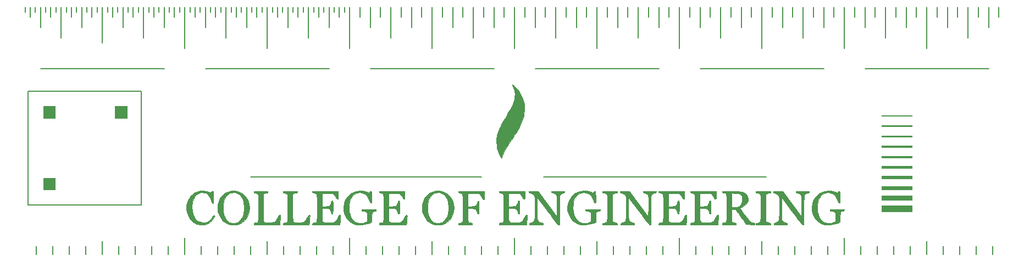
<source format=gbr>
G04 #@! TF.GenerationSoftware,KiCad,Pcbnew,(5.1.5)-3*
G04 #@! TF.CreationDate,2021-08-16T12:29:15-05:00*
G04 #@! TF.ProjectId,Valpo-PCB-Ruler,56616c70-6f2d-4504-9342-2d52756c6572,rev?*
G04 #@! TF.SameCoordinates,Original*
G04 #@! TF.FileFunction,Soldermask,Top*
G04 #@! TF.FilePolarity,Negative*
%FSLAX46Y46*%
G04 Gerber Fmt 4.6, Leading zero omitted, Abs format (unit mm)*
G04 Created by KiCad (PCBNEW (5.1.5)-3) date 2021-08-16 12:29:15*
%MOMM*%
%LPD*%
G04 APERTURE LIST*
%ADD10C,0.200000*%
%ADD11C,0.100000*%
%ADD12C,0.010000*%
G04 APERTURE END LIST*
D10*
X121920000Y-89693750D02*
X86360000Y-89693750D01*
X165735000Y-89662000D02*
X131445000Y-89662000D01*
X200025000Y-73025000D02*
X180975000Y-73025000D01*
X174625000Y-73025000D02*
X155575000Y-73025000D01*
X149225000Y-73025000D02*
X130175000Y-73025000D01*
X123825000Y-73025000D02*
X104775000Y-73025000D01*
X98425000Y-73025000D02*
X79375000Y-73025000D01*
X73025000Y-73025000D02*
X53975000Y-73025000D01*
X195580000Y-101600000D02*
X195580000Y-100330000D01*
X193040000Y-101600000D02*
X193040000Y-100330000D01*
X187960000Y-101600000D02*
X187960000Y-100330000D01*
X198120000Y-101600000D02*
X198120000Y-100330000D01*
X190500000Y-101600000D02*
X190500000Y-99568000D01*
X185420000Y-101600000D02*
X185420000Y-100330000D01*
X200660000Y-101600000D02*
X200660000Y-100330000D01*
X182880000Y-101600000D02*
X182880000Y-100330000D01*
X180340000Y-101600000D02*
X180340000Y-100330000D01*
X170180000Y-101600000D02*
X170180000Y-100330000D01*
X177800000Y-101600000D02*
X177800000Y-99060000D01*
X167640000Y-101600000D02*
X167640000Y-100330000D01*
X162560000Y-101600000D02*
X162560000Y-100330000D01*
X172720000Y-101600000D02*
X172720000Y-100330000D01*
X165100000Y-101600000D02*
X165100000Y-99568000D01*
X160020000Y-101600000D02*
X160020000Y-100330000D01*
X175260000Y-101600000D02*
X175260000Y-100330000D01*
X157480000Y-101600000D02*
X157480000Y-100330000D01*
X154940000Y-101600000D02*
X154940000Y-100330000D01*
X144780000Y-101600000D02*
X144780000Y-100330000D01*
X152400000Y-101600000D02*
X152400000Y-99060000D01*
X142240000Y-101600000D02*
X142240000Y-100330000D01*
X137160000Y-101600000D02*
X137160000Y-100330000D01*
X147320000Y-101600000D02*
X147320000Y-100330000D01*
X139700000Y-101600000D02*
X139700000Y-99568000D01*
X134620000Y-101600000D02*
X134620000Y-100330000D01*
X149860000Y-101600000D02*
X149860000Y-100330000D01*
X132080000Y-101600000D02*
X132080000Y-100330000D01*
X129540000Y-101600000D02*
X129540000Y-100330000D01*
X119380000Y-101600000D02*
X119380000Y-100330000D01*
X127000000Y-101600000D02*
X127000000Y-99060000D01*
X116840000Y-101600000D02*
X116840000Y-100330000D01*
X111760000Y-101600000D02*
X111760000Y-100330000D01*
X121920000Y-101600000D02*
X121920000Y-100330000D01*
X114300000Y-101600000D02*
X114300000Y-99568000D01*
X109220000Y-101600000D02*
X109220000Y-100330000D01*
X124460000Y-101600000D02*
X124460000Y-100330000D01*
X106680000Y-101600000D02*
X106680000Y-100330000D01*
X104140000Y-101600000D02*
X104140000Y-100330000D01*
X93980000Y-101600000D02*
X93980000Y-100330000D01*
X101600000Y-101600000D02*
X101600000Y-99060000D01*
X91440000Y-101600000D02*
X91440000Y-100330000D01*
X86360000Y-101600000D02*
X86360000Y-100330000D01*
X96520000Y-101600000D02*
X96520000Y-100330000D01*
X88900000Y-101600000D02*
X88900000Y-99568000D01*
X83820000Y-101600000D02*
X83820000Y-100330000D01*
X99060000Y-101600000D02*
X99060000Y-100330000D01*
X81280000Y-101600000D02*
X81280000Y-100330000D01*
X78740000Y-101600000D02*
X78740000Y-100330000D01*
X76200000Y-101600000D02*
X76200000Y-99060000D01*
X73660000Y-101600000D02*
X73660000Y-100330000D01*
X71120000Y-101600000D02*
X71120000Y-100330000D01*
X68580000Y-101600000D02*
X68580000Y-100330000D01*
X66040000Y-101600000D02*
X66040000Y-100330000D01*
X63500000Y-101600000D02*
X63500000Y-99568000D01*
X60960000Y-101600000D02*
X60960000Y-100330000D01*
X58420000Y-101600000D02*
X58420000Y-100330000D01*
X55880000Y-101600000D02*
X55880000Y-100330000D01*
X53340000Y-101600000D02*
X53340000Y-100330000D01*
X187325000Y-66675000D02*
X187325000Y-63500000D01*
X201612500Y-65087500D02*
X201612500Y-63500000D01*
X180975000Y-66675000D02*
X180975000Y-63500000D01*
X196850000Y-68262500D02*
X196850000Y-63500000D01*
X195262500Y-65087500D02*
X195262500Y-63500000D01*
X193675000Y-66675000D02*
X193675000Y-63500000D01*
X200025000Y-66675000D02*
X200025000Y-63500000D01*
X188912500Y-65087500D02*
X188912500Y-63500000D01*
X192087500Y-65087500D02*
X192087500Y-63500000D01*
X198437500Y-65087500D02*
X198437500Y-63500000D01*
X190500000Y-69850000D02*
X190500000Y-63500000D01*
X184150000Y-68262500D02*
X184150000Y-63500000D01*
X185737500Y-65087500D02*
X185737500Y-63500000D01*
X179387500Y-65087500D02*
X179387500Y-63500000D01*
X182562500Y-65087500D02*
X182562500Y-63500000D01*
X161925000Y-66675000D02*
X161925000Y-63500000D01*
X176212500Y-65087500D02*
X176212500Y-63500000D01*
X155575000Y-66675000D02*
X155575000Y-63500000D01*
X171450000Y-68262500D02*
X171450000Y-63500000D01*
X169862500Y-65087500D02*
X169862500Y-63500000D01*
X177800000Y-69850000D02*
X177800000Y-63500000D01*
X168275000Y-66675000D02*
X168275000Y-63500000D01*
X174625000Y-66675000D02*
X174625000Y-63500000D01*
X163512500Y-65087500D02*
X163512500Y-63500000D01*
X166687500Y-65087500D02*
X166687500Y-63500000D01*
X173037500Y-65087500D02*
X173037500Y-63500000D01*
X165100000Y-69850000D02*
X165100000Y-63500000D01*
X158750000Y-68262500D02*
X158750000Y-63500000D01*
X160337500Y-65087500D02*
X160337500Y-63500000D01*
X153987500Y-65087500D02*
X153987500Y-63500000D01*
X157162500Y-65087500D02*
X157162500Y-63500000D01*
X136525000Y-66675000D02*
X136525000Y-63500000D01*
X150812500Y-65087500D02*
X150812500Y-63500000D01*
X130175000Y-66675000D02*
X130175000Y-63500000D01*
X146050000Y-68262500D02*
X146050000Y-63500000D01*
X144462500Y-65087500D02*
X144462500Y-63500000D01*
X152400000Y-69850000D02*
X152400000Y-63500000D01*
X142875000Y-66675000D02*
X142875000Y-63500000D01*
X149225000Y-66675000D02*
X149225000Y-63500000D01*
X138112500Y-65087500D02*
X138112500Y-63500000D01*
X141287500Y-65087500D02*
X141287500Y-63500000D01*
X147637500Y-65087500D02*
X147637500Y-63500000D01*
X139700000Y-69850000D02*
X139700000Y-63500000D01*
X133350000Y-68262500D02*
X133350000Y-63500000D01*
X134937500Y-65087500D02*
X134937500Y-63500000D01*
X128587500Y-65087500D02*
X128587500Y-63500000D01*
X131762500Y-65087500D02*
X131762500Y-63500000D01*
X111125000Y-66675000D02*
X111125000Y-63500000D01*
X125412500Y-65087500D02*
X125412500Y-63500000D01*
X104775000Y-66675000D02*
X104775000Y-63500000D01*
X120650000Y-68262500D02*
X120650000Y-63500000D01*
X119062500Y-65087500D02*
X119062500Y-63500000D01*
X127000000Y-69850000D02*
X127000000Y-63500000D01*
X117475000Y-66675000D02*
X117475000Y-63500000D01*
X123825000Y-66675000D02*
X123825000Y-63500000D01*
X112712500Y-65087500D02*
X112712500Y-63500000D01*
X115887500Y-65087500D02*
X115887500Y-63500000D01*
X122237500Y-65087500D02*
X122237500Y-63500000D01*
X114300000Y-69850000D02*
X114300000Y-63500000D01*
X107950000Y-68262500D02*
X107950000Y-63500000D01*
X109537500Y-65087500D02*
X109537500Y-63500000D01*
X103187500Y-65087500D02*
X103187500Y-63500000D01*
X106362500Y-65087500D02*
X106362500Y-63500000D01*
X92075000Y-66675000D02*
X92075000Y-63500000D01*
X98425000Y-66675000D02*
X98425000Y-63500000D01*
X100012500Y-65087500D02*
X100012500Y-63500000D01*
X100806250Y-64293750D02*
X100806250Y-63500000D01*
X101600000Y-69850000D02*
X101600000Y-63500000D01*
X97631250Y-64293750D02*
X97631250Y-63500000D01*
X92868750Y-64293750D02*
X92868750Y-63500000D01*
X89693750Y-64293750D02*
X89693750Y-63500000D01*
X96043750Y-64293750D02*
X96043750Y-63500000D01*
X93662500Y-65087500D02*
X93662500Y-63500000D01*
X99218750Y-64293750D02*
X99218750Y-63500000D01*
X90487500Y-65087500D02*
X90487500Y-63500000D01*
X94456250Y-64293750D02*
X94456250Y-63500000D01*
X91281250Y-64293750D02*
X91281250Y-63500000D01*
X95250000Y-68262500D02*
X95250000Y-63500000D01*
X96837500Y-65087500D02*
X96837500Y-63500000D01*
X79375000Y-66675000D02*
X79375000Y-63500000D01*
X85725000Y-66675000D02*
X85725000Y-63500000D01*
X87312500Y-65087500D02*
X87312500Y-63500000D01*
X88106250Y-64293750D02*
X88106250Y-63500000D01*
X88900000Y-69850000D02*
X88900000Y-63500000D01*
X84931250Y-64293750D02*
X84931250Y-63500000D01*
X80168750Y-64293750D02*
X80168750Y-63500000D01*
X76993750Y-64293750D02*
X76993750Y-63500000D01*
X83343750Y-64293750D02*
X83343750Y-63500000D01*
X80962500Y-65087500D02*
X80962500Y-63500000D01*
X86518750Y-64293750D02*
X86518750Y-63500000D01*
X77787500Y-65087500D02*
X77787500Y-63500000D01*
X81756250Y-64293750D02*
X81756250Y-63500000D01*
X78581250Y-64293750D02*
X78581250Y-63500000D01*
X82550000Y-68262500D02*
X82550000Y-63500000D01*
X84137500Y-65087500D02*
X84137500Y-63500000D01*
X66675000Y-66675000D02*
X66675000Y-63500000D01*
X73025000Y-66675000D02*
X73025000Y-63500000D01*
X74612500Y-65087500D02*
X74612500Y-63500000D01*
X75406250Y-64293750D02*
X75406250Y-63500000D01*
X76200000Y-69850000D02*
X76200000Y-63500000D01*
X72231250Y-64293750D02*
X72231250Y-63500000D01*
X67468750Y-64293750D02*
X67468750Y-63500000D01*
X64293750Y-64293750D02*
X64293750Y-63500000D01*
X70643750Y-64293750D02*
X70643750Y-63500000D01*
X68262500Y-65087500D02*
X68262500Y-63500000D01*
X73818750Y-64293750D02*
X73818750Y-63500000D01*
X65087500Y-65087500D02*
X65087500Y-63500000D01*
X69056250Y-64293750D02*
X69056250Y-63500000D01*
X65881250Y-64293750D02*
X65881250Y-63500000D01*
X69850000Y-68262500D02*
X69850000Y-63500000D01*
X71437500Y-65087500D02*
X71437500Y-63500000D01*
X61912500Y-65087500D02*
X61912500Y-63500000D01*
X58737500Y-65087500D02*
X58737500Y-63500000D01*
X55562500Y-65087500D02*
X55562500Y-63500000D01*
X62706250Y-64293750D02*
X62706250Y-63500000D01*
X61118750Y-64293750D02*
X61118750Y-63500000D01*
X59531250Y-64293750D02*
X59531250Y-63500000D01*
X57943750Y-64293750D02*
X57943750Y-63500000D01*
X56356250Y-64293750D02*
X56356250Y-63500000D01*
X54768750Y-64293750D02*
X54768750Y-63500000D01*
X53181250Y-64293750D02*
X53181250Y-63500000D01*
X63500000Y-69056250D02*
X63500000Y-63500000D01*
X52387500Y-65087500D02*
X52387500Y-63500000D01*
X57150000Y-68262500D02*
X57150000Y-63500000D01*
X53975000Y-66675000D02*
X53975000Y-63500000D01*
X60325000Y-66675000D02*
X60325000Y-63500000D01*
X51593750Y-64293750D02*
X51593750Y-63500000D01*
X52070008Y-76517498D02*
X52070008Y-93979998D01*
X69532508Y-76517498D02*
X52070008Y-76517498D01*
X69532508Y-93979998D02*
X69532508Y-76517498D01*
X52070008Y-93979998D02*
X69532508Y-93979998D01*
D11*
G36*
X188299729Y-85215414D02*
G01*
X183537229Y-85215414D01*
X183537229Y-84910614D01*
X188299729Y-84910614D01*
X188299729Y-85215414D01*
G37*
G36*
X188299729Y-88466614D02*
G01*
X183537229Y-88466614D01*
X183537229Y-88009414D01*
X188299729Y-88009414D01*
X188299729Y-88466614D01*
G37*
G36*
X188299729Y-83602514D02*
G01*
X183537229Y-83602514D01*
X183537229Y-83348514D01*
X188299729Y-83348514D01*
X188299729Y-83602514D01*
G37*
G36*
X188299729Y-81989614D02*
G01*
X183537229Y-81989614D01*
X183537229Y-81786414D01*
X188299729Y-81786414D01*
X188299729Y-81989614D01*
G37*
G36*
X188299729Y-80376714D02*
G01*
X183537229Y-80376714D01*
X183537229Y-80224314D01*
X188299729Y-80224314D01*
X188299729Y-80376714D01*
G37*
G36*
X188299729Y-91717814D02*
G01*
X183537229Y-91717814D01*
X183537229Y-91108214D01*
X188299729Y-91108214D01*
X188299729Y-91717814D01*
G37*
G36*
X188299729Y-93381514D02*
G01*
X183537229Y-93381514D01*
X183537229Y-92619514D01*
X188299729Y-92619514D01*
X188299729Y-93381514D01*
G37*
G36*
X188299729Y-90079514D02*
G01*
X183537229Y-90079514D01*
X183537229Y-89571514D01*
X188299729Y-89571514D01*
X188299729Y-90079514D01*
G37*
G36*
X188299729Y-86853714D02*
G01*
X183537229Y-86853714D01*
X183537229Y-86447314D01*
X188299729Y-86447314D01*
X188299729Y-86853714D01*
G37*
G36*
X188299729Y-95096014D02*
G01*
X183537229Y-95096014D01*
X183537229Y-94080014D01*
X188299729Y-94080014D01*
X188299729Y-95096014D01*
G37*
D12*
G36*
X67270216Y-80636681D02*
G01*
X65430905Y-80636681D01*
X65430905Y-78797370D01*
X67270216Y-78797370D01*
X67270216Y-80636681D01*
G37*
X67270216Y-80636681D02*
X65430905Y-80636681D01*
X65430905Y-78797370D01*
X67270216Y-78797370D01*
X67270216Y-80636681D01*
G36*
X56234353Y-80636681D02*
G01*
X54395043Y-80636681D01*
X54395043Y-78797370D01*
X56234353Y-78797370D01*
X56234353Y-80636681D01*
G37*
X56234353Y-80636681D02*
X54395043Y-80636681D01*
X54395043Y-78797370D01*
X56234353Y-78797370D01*
X56234353Y-80636681D01*
G36*
X56234353Y-91672543D02*
G01*
X54395043Y-91672543D01*
X54395043Y-89833232D01*
X56234353Y-89833232D01*
X56234353Y-91672543D01*
G37*
X56234353Y-91672543D02*
X54395043Y-91672543D01*
X54395043Y-89833232D01*
X56234353Y-89833232D01*
X56234353Y-91672543D01*
G36*
X166420800Y-92024200D02*
G01*
X166402262Y-92117847D01*
X166326239Y-92149746D01*
X166281100Y-92151483D01*
X166084611Y-92172018D01*
X165900117Y-92224942D01*
X165761163Y-92298397D01*
X165710197Y-92353283D01*
X165696448Y-92430592D01*
X165684629Y-92604114D01*
X165674870Y-92868476D01*
X165667301Y-93218306D01*
X165662051Y-93648232D01*
X165659250Y-94152882D01*
X165658800Y-94480973D01*
X165658800Y-96512625D01*
X165791364Y-96616901D01*
X165923257Y-96687040D01*
X166099737Y-96741215D01*
X166172364Y-96754133D01*
X166322215Y-96780019D01*
X166396156Y-96816108D01*
X166419724Y-96878166D01*
X166420800Y-96907544D01*
X166420800Y-97028000D01*
X164134800Y-97028000D01*
X164134800Y-96901000D01*
X164144093Y-96823048D01*
X164190009Y-96785841D01*
X164299600Y-96774567D01*
X164366739Y-96774000D01*
X164601294Y-96748254D01*
X164778782Y-96676387D01*
X164857922Y-96601295D01*
X164866046Y-96539843D01*
X164873599Y-96387856D01*
X164880381Y-96156396D01*
X164886193Y-95856527D01*
X164890837Y-95499313D01*
X164894114Y-95095817D01*
X164895824Y-94657103D01*
X164896022Y-94483173D01*
X164895947Y-93968799D01*
X164895037Y-93546540D01*
X164892902Y-93206914D01*
X164889150Y-92940438D01*
X164883391Y-92737628D01*
X164875234Y-92589001D01*
X164864289Y-92485074D01*
X164850164Y-92416364D01*
X164832470Y-92373387D01*
X164810816Y-92346660D01*
X164807900Y-92344066D01*
X164664411Y-92257927D01*
X164473088Y-92187819D01*
X164287663Y-92152459D01*
X164254219Y-92151200D01*
X164162755Y-92128261D01*
X164135075Y-92040945D01*
X164134800Y-92024200D01*
X164134800Y-91897200D01*
X166420800Y-91897200D01*
X166420800Y-92024200D01*
G37*
X166420800Y-92024200D02*
X166402262Y-92117847D01*
X166326239Y-92149746D01*
X166281100Y-92151483D01*
X166084611Y-92172018D01*
X165900117Y-92224942D01*
X165761163Y-92298397D01*
X165710197Y-92353283D01*
X165696448Y-92430592D01*
X165684629Y-92604114D01*
X165674870Y-92868476D01*
X165667301Y-93218306D01*
X165662051Y-93648232D01*
X165659250Y-94152882D01*
X165658800Y-94480973D01*
X165658800Y-96512625D01*
X165791364Y-96616901D01*
X165923257Y-96687040D01*
X166099737Y-96741215D01*
X166172364Y-96754133D01*
X166322215Y-96780019D01*
X166396156Y-96816108D01*
X166419724Y-96878166D01*
X166420800Y-96907544D01*
X166420800Y-97028000D01*
X164134800Y-97028000D01*
X164134800Y-96901000D01*
X164144093Y-96823048D01*
X164190009Y-96785841D01*
X164299600Y-96774567D01*
X164366739Y-96774000D01*
X164601294Y-96748254D01*
X164778782Y-96676387D01*
X164857922Y-96601295D01*
X164866046Y-96539843D01*
X164873599Y-96387856D01*
X164880381Y-96156396D01*
X164886193Y-95856527D01*
X164890837Y-95499313D01*
X164894114Y-95095817D01*
X164895824Y-94657103D01*
X164896022Y-94483173D01*
X164895947Y-93968799D01*
X164895037Y-93546540D01*
X164892902Y-93206914D01*
X164889150Y-92940438D01*
X164883391Y-92737628D01*
X164875234Y-92589001D01*
X164864289Y-92485074D01*
X164850164Y-92416364D01*
X164832470Y-92373387D01*
X164810816Y-92346660D01*
X164807900Y-92344066D01*
X164664411Y-92257927D01*
X164473088Y-92187819D01*
X164287663Y-92152459D01*
X164254219Y-92151200D01*
X164162755Y-92128261D01*
X164135075Y-92040945D01*
X164134800Y-92024200D01*
X164134800Y-91897200D01*
X166420800Y-91897200D01*
X166420800Y-92024200D01*
G36*
X160134300Y-91898768D02*
G01*
X160666432Y-91902655D01*
X161108741Y-91914166D01*
X161472853Y-91935393D01*
X161770394Y-91968426D01*
X162012989Y-92015358D01*
X162212265Y-92078278D01*
X162379848Y-92159277D01*
X162527363Y-92260448D01*
X162628035Y-92347288D01*
X162795188Y-92539287D01*
X162893108Y-92752988D01*
X162934210Y-93019312D01*
X162937360Y-93117689D01*
X162927528Y-93349848D01*
X162884335Y-93536235D01*
X162811077Y-93701889D01*
X162643131Y-93936169D01*
X162403195Y-94148738D01*
X162120871Y-94316579D01*
X161922814Y-94392528D01*
X161776772Y-94449551D01*
X161717428Y-94506263D01*
X161718594Y-94523365D01*
X161758941Y-94589049D01*
X161851161Y-94720366D01*
X161984384Y-94903037D01*
X162147738Y-95122782D01*
X162330354Y-95365323D01*
X162521361Y-95616382D01*
X162709887Y-95861679D01*
X162885063Y-96086937D01*
X163036017Y-96277876D01*
X163151878Y-96420217D01*
X163221777Y-96499683D01*
X163227164Y-96504875D01*
X163397076Y-96624372D01*
X163603911Y-96719641D01*
X163800539Y-96770441D01*
X163853768Y-96774000D01*
X163951268Y-96794372D01*
X163981734Y-96875061D01*
X163982400Y-96901000D01*
X163982400Y-97028000D01*
X162636200Y-97024820D01*
X162183479Y-96344167D01*
X161992855Y-96062359D01*
X161785652Y-95763967D01*
X161583838Y-95480162D01*
X161409382Y-95242113D01*
X161370070Y-95190056D01*
X161009380Y-94716600D01*
X160717890Y-94701364D01*
X160426400Y-94686129D01*
X160427177Y-95615764D01*
X160429440Y-95915622D01*
X160435254Y-96181959D01*
X160443933Y-96397473D01*
X160454794Y-96544862D01*
X160466311Y-96605721D01*
X160561340Y-96681271D01*
X160720842Y-96740908D01*
X160907744Y-96772077D01*
X160963107Y-96774000D01*
X161081911Y-96783918D01*
X161129940Y-96828254D01*
X161137600Y-96901000D01*
X161137600Y-97028000D01*
X158953200Y-97028000D01*
X158953200Y-96907463D01*
X158963987Y-96835480D01*
X159013101Y-96794768D01*
X159125671Y-96771417D01*
X159216670Y-96761610D01*
X159323200Y-96752062D01*
X159411367Y-96739816D01*
X159482904Y-96715951D01*
X159539544Y-96671544D01*
X159583021Y-96597672D01*
X159615069Y-96485413D01*
X159637420Y-96325843D01*
X159651808Y-96110041D01*
X159659967Y-95829084D01*
X159663630Y-95474050D01*
X159664531Y-95036015D01*
X159664402Y-94506057D01*
X159664400Y-94456972D01*
X159664424Y-94396207D01*
X160426400Y-94396207D01*
X160904758Y-94378603D01*
X161136993Y-94367291D01*
X161297239Y-94348954D01*
X161415104Y-94316290D01*
X161520196Y-94261998D01*
X161603258Y-94206344D01*
X161836710Y-93997571D01*
X161987673Y-93750279D01*
X162063653Y-93448790D01*
X162076391Y-93218000D01*
X162058254Y-92925974D01*
X161997994Y-92704069D01*
X161884164Y-92525547D01*
X161713294Y-92369726D01*
X161622791Y-92306027D01*
X161534427Y-92263755D01*
X161423548Y-92237568D01*
X161265500Y-92222130D01*
X161035628Y-92212101D01*
X160976641Y-92210205D01*
X160426400Y-92193010D01*
X160426400Y-94396207D01*
X159664424Y-94396207D01*
X159664614Y-93923620D01*
X159664057Y-93482813D01*
X159660925Y-93125498D01*
X159653414Y-92842624D01*
X159639721Y-92625141D01*
X159618044Y-92463997D01*
X159586580Y-92350141D01*
X159543524Y-92274523D01*
X159487075Y-92228090D01*
X159415429Y-92201792D01*
X159326782Y-92186578D01*
X159219333Y-92173397D01*
X159209217Y-92172072D01*
X159056605Y-92146190D01*
X158980188Y-92111229D01*
X158954750Y-92051979D01*
X158953200Y-92017655D01*
X158953200Y-91897200D01*
X160134300Y-91898768D01*
G37*
X160134300Y-91898768D02*
X160666432Y-91902655D01*
X161108741Y-91914166D01*
X161472853Y-91935393D01*
X161770394Y-91968426D01*
X162012989Y-92015358D01*
X162212265Y-92078278D01*
X162379848Y-92159277D01*
X162527363Y-92260448D01*
X162628035Y-92347288D01*
X162795188Y-92539287D01*
X162893108Y-92752988D01*
X162934210Y-93019312D01*
X162937360Y-93117689D01*
X162927528Y-93349848D01*
X162884335Y-93536235D01*
X162811077Y-93701889D01*
X162643131Y-93936169D01*
X162403195Y-94148738D01*
X162120871Y-94316579D01*
X161922814Y-94392528D01*
X161776772Y-94449551D01*
X161717428Y-94506263D01*
X161718594Y-94523365D01*
X161758941Y-94589049D01*
X161851161Y-94720366D01*
X161984384Y-94903037D01*
X162147738Y-95122782D01*
X162330354Y-95365323D01*
X162521361Y-95616382D01*
X162709887Y-95861679D01*
X162885063Y-96086937D01*
X163036017Y-96277876D01*
X163151878Y-96420217D01*
X163221777Y-96499683D01*
X163227164Y-96504875D01*
X163397076Y-96624372D01*
X163603911Y-96719641D01*
X163800539Y-96770441D01*
X163853768Y-96774000D01*
X163951268Y-96794372D01*
X163981734Y-96875061D01*
X163982400Y-96901000D01*
X163982400Y-97028000D01*
X162636200Y-97024820D01*
X162183479Y-96344167D01*
X161992855Y-96062359D01*
X161785652Y-95763967D01*
X161583838Y-95480162D01*
X161409382Y-95242113D01*
X161370070Y-95190056D01*
X161009380Y-94716600D01*
X160717890Y-94701364D01*
X160426400Y-94686129D01*
X160427177Y-95615764D01*
X160429440Y-95915622D01*
X160435254Y-96181959D01*
X160443933Y-96397473D01*
X160454794Y-96544862D01*
X160466311Y-96605721D01*
X160561340Y-96681271D01*
X160720842Y-96740908D01*
X160907744Y-96772077D01*
X160963107Y-96774000D01*
X161081911Y-96783918D01*
X161129940Y-96828254D01*
X161137600Y-96901000D01*
X161137600Y-97028000D01*
X158953200Y-97028000D01*
X158953200Y-96907463D01*
X158963987Y-96835480D01*
X159013101Y-96794768D01*
X159125671Y-96771417D01*
X159216670Y-96761610D01*
X159323200Y-96752062D01*
X159411367Y-96739816D01*
X159482904Y-96715951D01*
X159539544Y-96671544D01*
X159583021Y-96597672D01*
X159615069Y-96485413D01*
X159637420Y-96325843D01*
X159651808Y-96110041D01*
X159659967Y-95829084D01*
X159663630Y-95474050D01*
X159664531Y-95036015D01*
X159664402Y-94506057D01*
X159664400Y-94456972D01*
X159664424Y-94396207D01*
X160426400Y-94396207D01*
X160904758Y-94378603D01*
X161136993Y-94367291D01*
X161297239Y-94348954D01*
X161415104Y-94316290D01*
X161520196Y-94261998D01*
X161603258Y-94206344D01*
X161836710Y-93997571D01*
X161987673Y-93750279D01*
X162063653Y-93448790D01*
X162076391Y-93218000D01*
X162058254Y-92925974D01*
X161997994Y-92704069D01*
X161884164Y-92525547D01*
X161713294Y-92369726D01*
X161622791Y-92306027D01*
X161534427Y-92263755D01*
X161423548Y-92237568D01*
X161265500Y-92222130D01*
X161035628Y-92212101D01*
X160976641Y-92210205D01*
X160426400Y-92193010D01*
X160426400Y-94396207D01*
X159664424Y-94396207D01*
X159664614Y-93923620D01*
X159664057Y-93482813D01*
X159660925Y-93125498D01*
X159653414Y-92842624D01*
X159639721Y-92625141D01*
X159618044Y-92463997D01*
X159586580Y-92350141D01*
X159543524Y-92274523D01*
X159487075Y-92228090D01*
X159415429Y-92201792D01*
X159326782Y-92186578D01*
X159219333Y-92173397D01*
X159209217Y-92172072D01*
X159056605Y-92146190D01*
X158980188Y-92111229D01*
X158954750Y-92051979D01*
X158953200Y-92017655D01*
X158953200Y-91897200D01*
X160134300Y-91898768D01*
G36*
X158038800Y-92506800D02*
G01*
X158038153Y-92763637D01*
X158034036Y-92935806D01*
X158023182Y-93040236D01*
X158002327Y-93093857D01*
X157968203Y-93113601D01*
X157921208Y-93116400D01*
X157821510Y-93083382D01*
X157736208Y-92972245D01*
X157713615Y-92927662D01*
X157584188Y-92702892D01*
X157425969Y-92496412D01*
X157263462Y-92337688D01*
X157172242Y-92276670D01*
X157077986Y-92244138D01*
X156932429Y-92221759D01*
X156720789Y-92208284D01*
X156428283Y-92202464D01*
X156288722Y-92201999D01*
X155549600Y-92202000D01*
X155549600Y-94234000D01*
X156061507Y-94234000D01*
X156295648Y-94232590D01*
X156452191Y-94224852D01*
X156555132Y-94205519D01*
X156628466Y-94169326D01*
X156696192Y-94111008D01*
X156717324Y-94090090D01*
X156823256Y-93946413D01*
X156907816Y-93768046D01*
X156922418Y-93721790D01*
X156963408Y-93571988D01*
X156994520Y-93459210D01*
X157001607Y-93433900D01*
X157060342Y-93381959D01*
X157122805Y-93370400D01*
X157157851Y-93374100D01*
X157183908Y-93393934D01*
X157202306Y-93443001D01*
X157214377Y-93534400D01*
X157221450Y-93681230D01*
X157224856Y-93896591D01*
X157225925Y-94193581D01*
X157226000Y-94386400D01*
X157225624Y-94731443D01*
X157223609Y-94987986D01*
X157218625Y-95169127D01*
X157209342Y-95287967D01*
X157194429Y-95357604D01*
X157172555Y-95391138D01*
X157142390Y-95401667D01*
X157122805Y-95402400D01*
X157030718Y-95375319D01*
X157001607Y-95338900D01*
X156977921Y-95253571D01*
X156939506Y-95113585D01*
X156922418Y-95051009D01*
X156850114Y-94874616D01*
X156746398Y-94714885D01*
X156717324Y-94682709D01*
X156646885Y-94617282D01*
X156577526Y-94575450D01*
X156485253Y-94551946D01*
X156346068Y-94541504D01*
X156135975Y-94538860D01*
X156061507Y-94538800D01*
X155549600Y-94538800D01*
X155549600Y-95506309D01*
X155549944Y-95842253D01*
X155552133Y-96091794D01*
X155557903Y-96270129D01*
X155568988Y-96392453D01*
X155587123Y-96473964D01*
X155614043Y-96529857D01*
X155651483Y-96575330D01*
X155674290Y-96598509D01*
X155728599Y-96648258D01*
X155787270Y-96682634D01*
X155869055Y-96704463D01*
X155992703Y-96716571D01*
X156176965Y-96721783D01*
X156440593Y-96722925D01*
X156499790Y-96722916D01*
X156774501Y-96719004D01*
X157028897Y-96708501D01*
X157237456Y-96692924D01*
X157374655Y-96673791D01*
X157390115Y-96670000D01*
X157541292Y-96594744D01*
X157690409Y-96448825D01*
X157844527Y-96223244D01*
X158010707Y-95909003D01*
X158046743Y-95833161D01*
X158142898Y-95646144D01*
X158220824Y-95541543D01*
X158292002Y-95504614D01*
X158303140Y-95504000D01*
X158347138Y-95508962D01*
X158374847Y-95535443D01*
X158388377Y-95600834D01*
X158389838Y-95722526D01*
X158381340Y-95917909D01*
X158372469Y-96075500D01*
X158356385Y-96327838D01*
X158338800Y-96562067D01*
X158322129Y-96747901D01*
X158311651Y-96837500D01*
X158283869Y-97028000D01*
X154076400Y-97028000D01*
X154076400Y-96908075D01*
X154087613Y-96836440D01*
X154137826Y-96794696D01*
X154251901Y-96768765D01*
X154343100Y-96757043D01*
X154449820Y-96745363D01*
X154537966Y-96731491D01*
X154609308Y-96706385D01*
X154665619Y-96660998D01*
X154708671Y-96586286D01*
X154740234Y-96473206D01*
X154762083Y-96312711D01*
X154775987Y-96095757D01*
X154783719Y-95813301D01*
X154787050Y-95456296D01*
X154787753Y-95015698D01*
X154787600Y-94488000D01*
X154787782Y-93958916D01*
X154787132Y-93522144D01*
X154783854Y-93168397D01*
X154776152Y-92888391D01*
X154762231Y-92672841D01*
X154740296Y-92512462D01*
X154708549Y-92397969D01*
X154665196Y-92320077D01*
X154608442Y-92269502D01*
X154536489Y-92236958D01*
X154447544Y-92213161D01*
X154343100Y-92189597D01*
X154185246Y-92145976D01*
X154104567Y-92100340D01*
X154077553Y-92037050D01*
X154076400Y-92012178D01*
X154076400Y-91897200D01*
X158038800Y-91897200D01*
X158038800Y-92506800D01*
G37*
X158038800Y-92506800D02*
X158038153Y-92763637D01*
X158034036Y-92935806D01*
X158023182Y-93040236D01*
X158002327Y-93093857D01*
X157968203Y-93113601D01*
X157921208Y-93116400D01*
X157821510Y-93083382D01*
X157736208Y-92972245D01*
X157713615Y-92927662D01*
X157584188Y-92702892D01*
X157425969Y-92496412D01*
X157263462Y-92337688D01*
X157172242Y-92276670D01*
X157077986Y-92244138D01*
X156932429Y-92221759D01*
X156720789Y-92208284D01*
X156428283Y-92202464D01*
X156288722Y-92201999D01*
X155549600Y-92202000D01*
X155549600Y-94234000D01*
X156061507Y-94234000D01*
X156295648Y-94232590D01*
X156452191Y-94224852D01*
X156555132Y-94205519D01*
X156628466Y-94169326D01*
X156696192Y-94111008D01*
X156717324Y-94090090D01*
X156823256Y-93946413D01*
X156907816Y-93768046D01*
X156922418Y-93721790D01*
X156963408Y-93571988D01*
X156994520Y-93459210D01*
X157001607Y-93433900D01*
X157060342Y-93381959D01*
X157122805Y-93370400D01*
X157157851Y-93374100D01*
X157183908Y-93393934D01*
X157202306Y-93443001D01*
X157214377Y-93534400D01*
X157221450Y-93681230D01*
X157224856Y-93896591D01*
X157225925Y-94193581D01*
X157226000Y-94386400D01*
X157225624Y-94731443D01*
X157223609Y-94987986D01*
X157218625Y-95169127D01*
X157209342Y-95287967D01*
X157194429Y-95357604D01*
X157172555Y-95391138D01*
X157142390Y-95401667D01*
X157122805Y-95402400D01*
X157030718Y-95375319D01*
X157001607Y-95338900D01*
X156977921Y-95253571D01*
X156939506Y-95113585D01*
X156922418Y-95051009D01*
X156850114Y-94874616D01*
X156746398Y-94714885D01*
X156717324Y-94682709D01*
X156646885Y-94617282D01*
X156577526Y-94575450D01*
X156485253Y-94551946D01*
X156346068Y-94541504D01*
X156135975Y-94538860D01*
X156061507Y-94538800D01*
X155549600Y-94538800D01*
X155549600Y-95506309D01*
X155549944Y-95842253D01*
X155552133Y-96091794D01*
X155557903Y-96270129D01*
X155568988Y-96392453D01*
X155587123Y-96473964D01*
X155614043Y-96529857D01*
X155651483Y-96575330D01*
X155674290Y-96598509D01*
X155728599Y-96648258D01*
X155787270Y-96682634D01*
X155869055Y-96704463D01*
X155992703Y-96716571D01*
X156176965Y-96721783D01*
X156440593Y-96722925D01*
X156499790Y-96722916D01*
X156774501Y-96719004D01*
X157028897Y-96708501D01*
X157237456Y-96692924D01*
X157374655Y-96673791D01*
X157390115Y-96670000D01*
X157541292Y-96594744D01*
X157690409Y-96448825D01*
X157844527Y-96223244D01*
X158010707Y-95909003D01*
X158046743Y-95833161D01*
X158142898Y-95646144D01*
X158220824Y-95541543D01*
X158292002Y-95504614D01*
X158303140Y-95504000D01*
X158347138Y-95508962D01*
X158374847Y-95535443D01*
X158388377Y-95600834D01*
X158389838Y-95722526D01*
X158381340Y-95917909D01*
X158372469Y-96075500D01*
X158356385Y-96327838D01*
X158338800Y-96562067D01*
X158322129Y-96747901D01*
X158311651Y-96837500D01*
X158283869Y-97028000D01*
X154076400Y-97028000D01*
X154076400Y-96908075D01*
X154087613Y-96836440D01*
X154137826Y-96794696D01*
X154251901Y-96768765D01*
X154343100Y-96757043D01*
X154449820Y-96745363D01*
X154537966Y-96731491D01*
X154609308Y-96706385D01*
X154665619Y-96660998D01*
X154708671Y-96586286D01*
X154740234Y-96473206D01*
X154762083Y-96312711D01*
X154775987Y-96095757D01*
X154783719Y-95813301D01*
X154787050Y-95456296D01*
X154787753Y-95015698D01*
X154787600Y-94488000D01*
X154787782Y-93958916D01*
X154787132Y-93522144D01*
X154783854Y-93168397D01*
X154776152Y-92888391D01*
X154762231Y-92672841D01*
X154740296Y-92512462D01*
X154708549Y-92397969D01*
X154665196Y-92320077D01*
X154608442Y-92269502D01*
X154536489Y-92236958D01*
X154447544Y-92213161D01*
X154343100Y-92189597D01*
X154185246Y-92145976D01*
X154104567Y-92100340D01*
X154077553Y-92037050D01*
X154076400Y-92012178D01*
X154076400Y-91897200D01*
X158038800Y-91897200D01*
X158038800Y-92506800D01*
G36*
X153162000Y-92506800D02*
G01*
X153161353Y-92763637D01*
X153157236Y-92935806D01*
X153146382Y-93040236D01*
X153125527Y-93093857D01*
X153091403Y-93113601D01*
X153044408Y-93116400D01*
X152944710Y-93083382D01*
X152859408Y-92972245D01*
X152836815Y-92927662D01*
X152707388Y-92702892D01*
X152549169Y-92496412D01*
X152386662Y-92337688D01*
X152295442Y-92276670D01*
X152201186Y-92244138D01*
X152055629Y-92221759D01*
X151843989Y-92208284D01*
X151551483Y-92202464D01*
X151411922Y-92201999D01*
X150672800Y-92202000D01*
X150672800Y-94234000D01*
X151184707Y-94234000D01*
X151418848Y-94232590D01*
X151575391Y-94224852D01*
X151678332Y-94205519D01*
X151751666Y-94169326D01*
X151819392Y-94111008D01*
X151840524Y-94090090D01*
X151946456Y-93946413D01*
X152031016Y-93768046D01*
X152045618Y-93721790D01*
X152086608Y-93571988D01*
X152117720Y-93459210D01*
X152124807Y-93433900D01*
X152183542Y-93381959D01*
X152246005Y-93370400D01*
X152281051Y-93374100D01*
X152307108Y-93393934D01*
X152325506Y-93443001D01*
X152337577Y-93534400D01*
X152344650Y-93681230D01*
X152348056Y-93896591D01*
X152349125Y-94193581D01*
X152349200Y-94386400D01*
X152348824Y-94731443D01*
X152346809Y-94987986D01*
X152341825Y-95169127D01*
X152332542Y-95287967D01*
X152317629Y-95357604D01*
X152295755Y-95391138D01*
X152265590Y-95401667D01*
X152246005Y-95402400D01*
X152153918Y-95375319D01*
X152124807Y-95338900D01*
X152101121Y-95253571D01*
X152062706Y-95113585D01*
X152045618Y-95051009D01*
X151973314Y-94874616D01*
X151869598Y-94714885D01*
X151840524Y-94682709D01*
X151770085Y-94617282D01*
X151700726Y-94575450D01*
X151608453Y-94551946D01*
X151469268Y-94541504D01*
X151259175Y-94538860D01*
X151184707Y-94538800D01*
X150672800Y-94538800D01*
X150672800Y-95506309D01*
X150673144Y-95842253D01*
X150675333Y-96091794D01*
X150681103Y-96270129D01*
X150692188Y-96392453D01*
X150710323Y-96473964D01*
X150737243Y-96529857D01*
X150774683Y-96575330D01*
X150797490Y-96598509D01*
X150851799Y-96648258D01*
X150910470Y-96682634D01*
X150992255Y-96704463D01*
X151115903Y-96716571D01*
X151300165Y-96721783D01*
X151563793Y-96722925D01*
X151622990Y-96722916D01*
X151897701Y-96719004D01*
X152152097Y-96708501D01*
X152360656Y-96692924D01*
X152497855Y-96673791D01*
X152513315Y-96670000D01*
X152664492Y-96594744D01*
X152813609Y-96448825D01*
X152967727Y-96223244D01*
X153133907Y-95909003D01*
X153169943Y-95833161D01*
X153266098Y-95646144D01*
X153344024Y-95541543D01*
X153415202Y-95504614D01*
X153426340Y-95504000D01*
X153470338Y-95508962D01*
X153498047Y-95535443D01*
X153511577Y-95600834D01*
X153513038Y-95722526D01*
X153504540Y-95917909D01*
X153495669Y-96075500D01*
X153479585Y-96327838D01*
X153462000Y-96562067D01*
X153445329Y-96747901D01*
X153434851Y-96837500D01*
X153407069Y-97028000D01*
X149199600Y-97028000D01*
X149199600Y-96908075D01*
X149210813Y-96836440D01*
X149261026Y-96794696D01*
X149375101Y-96768765D01*
X149466300Y-96757043D01*
X149573020Y-96745363D01*
X149661166Y-96731491D01*
X149732508Y-96706385D01*
X149788819Y-96660998D01*
X149831871Y-96586286D01*
X149863434Y-96473206D01*
X149885283Y-96312711D01*
X149899187Y-96095757D01*
X149906919Y-95813301D01*
X149910250Y-95456296D01*
X149910953Y-95015698D01*
X149910800Y-94488000D01*
X149910982Y-93958916D01*
X149910332Y-93522144D01*
X149907054Y-93168397D01*
X149899352Y-92888391D01*
X149885431Y-92672841D01*
X149863496Y-92512462D01*
X149831749Y-92397969D01*
X149788396Y-92320077D01*
X149731642Y-92269502D01*
X149659689Y-92236958D01*
X149570744Y-92213161D01*
X149466300Y-92189597D01*
X149308446Y-92145976D01*
X149227767Y-92100340D01*
X149200753Y-92037050D01*
X149199600Y-92012178D01*
X149199600Y-91897200D01*
X153162000Y-91897200D01*
X153162000Y-92506800D01*
G37*
X153162000Y-92506800D02*
X153161353Y-92763637D01*
X153157236Y-92935806D01*
X153146382Y-93040236D01*
X153125527Y-93093857D01*
X153091403Y-93113601D01*
X153044408Y-93116400D01*
X152944710Y-93083382D01*
X152859408Y-92972245D01*
X152836815Y-92927662D01*
X152707388Y-92702892D01*
X152549169Y-92496412D01*
X152386662Y-92337688D01*
X152295442Y-92276670D01*
X152201186Y-92244138D01*
X152055629Y-92221759D01*
X151843989Y-92208284D01*
X151551483Y-92202464D01*
X151411922Y-92201999D01*
X150672800Y-92202000D01*
X150672800Y-94234000D01*
X151184707Y-94234000D01*
X151418848Y-94232590D01*
X151575391Y-94224852D01*
X151678332Y-94205519D01*
X151751666Y-94169326D01*
X151819392Y-94111008D01*
X151840524Y-94090090D01*
X151946456Y-93946413D01*
X152031016Y-93768046D01*
X152045618Y-93721790D01*
X152086608Y-93571988D01*
X152117720Y-93459210D01*
X152124807Y-93433900D01*
X152183542Y-93381959D01*
X152246005Y-93370400D01*
X152281051Y-93374100D01*
X152307108Y-93393934D01*
X152325506Y-93443001D01*
X152337577Y-93534400D01*
X152344650Y-93681230D01*
X152348056Y-93896591D01*
X152349125Y-94193581D01*
X152349200Y-94386400D01*
X152348824Y-94731443D01*
X152346809Y-94987986D01*
X152341825Y-95169127D01*
X152332542Y-95287967D01*
X152317629Y-95357604D01*
X152295755Y-95391138D01*
X152265590Y-95401667D01*
X152246005Y-95402400D01*
X152153918Y-95375319D01*
X152124807Y-95338900D01*
X152101121Y-95253571D01*
X152062706Y-95113585D01*
X152045618Y-95051009D01*
X151973314Y-94874616D01*
X151869598Y-94714885D01*
X151840524Y-94682709D01*
X151770085Y-94617282D01*
X151700726Y-94575450D01*
X151608453Y-94551946D01*
X151469268Y-94541504D01*
X151259175Y-94538860D01*
X151184707Y-94538800D01*
X150672800Y-94538800D01*
X150672800Y-95506309D01*
X150673144Y-95842253D01*
X150675333Y-96091794D01*
X150681103Y-96270129D01*
X150692188Y-96392453D01*
X150710323Y-96473964D01*
X150737243Y-96529857D01*
X150774683Y-96575330D01*
X150797490Y-96598509D01*
X150851799Y-96648258D01*
X150910470Y-96682634D01*
X150992255Y-96704463D01*
X151115903Y-96716571D01*
X151300165Y-96721783D01*
X151563793Y-96722925D01*
X151622990Y-96722916D01*
X151897701Y-96719004D01*
X152152097Y-96708501D01*
X152360656Y-96692924D01*
X152497855Y-96673791D01*
X152513315Y-96670000D01*
X152664492Y-96594744D01*
X152813609Y-96448825D01*
X152967727Y-96223244D01*
X153133907Y-95909003D01*
X153169943Y-95833161D01*
X153266098Y-95646144D01*
X153344024Y-95541543D01*
X153415202Y-95504614D01*
X153426340Y-95504000D01*
X153470338Y-95508962D01*
X153498047Y-95535443D01*
X153511577Y-95600834D01*
X153513038Y-95722526D01*
X153504540Y-95917909D01*
X153495669Y-96075500D01*
X153479585Y-96327838D01*
X153462000Y-96562067D01*
X153445329Y-96747901D01*
X153434851Y-96837500D01*
X153407069Y-97028000D01*
X149199600Y-97028000D01*
X149199600Y-96908075D01*
X149210813Y-96836440D01*
X149261026Y-96794696D01*
X149375101Y-96768765D01*
X149466300Y-96757043D01*
X149573020Y-96745363D01*
X149661166Y-96731491D01*
X149732508Y-96706385D01*
X149788819Y-96660998D01*
X149831871Y-96586286D01*
X149863434Y-96473206D01*
X149885283Y-96312711D01*
X149899187Y-96095757D01*
X149906919Y-95813301D01*
X149910250Y-95456296D01*
X149910953Y-95015698D01*
X149910800Y-94488000D01*
X149910982Y-93958916D01*
X149910332Y-93522144D01*
X149907054Y-93168397D01*
X149899352Y-92888391D01*
X149885431Y-92672841D01*
X149863496Y-92512462D01*
X149831749Y-92397969D01*
X149788396Y-92320077D01*
X149731642Y-92269502D01*
X149659689Y-92236958D01*
X149570744Y-92213161D01*
X149466300Y-92189597D01*
X149308446Y-92145976D01*
X149227767Y-92100340D01*
X149200753Y-92037050D01*
X149199600Y-92012178D01*
X149199600Y-91897200D01*
X153162000Y-91897200D01*
X153162000Y-92506800D01*
G36*
X142798800Y-92024200D02*
G01*
X142780262Y-92117847D01*
X142704239Y-92149746D01*
X142659100Y-92151483D01*
X142462611Y-92172018D01*
X142278117Y-92224942D01*
X142139163Y-92298397D01*
X142088197Y-92353283D01*
X142074448Y-92430592D01*
X142062629Y-92604114D01*
X142052870Y-92868476D01*
X142045301Y-93218306D01*
X142040051Y-93648232D01*
X142037250Y-94152882D01*
X142036800Y-94480973D01*
X142036800Y-96512625D01*
X142169364Y-96616901D01*
X142301257Y-96687040D01*
X142477737Y-96741215D01*
X142550364Y-96754133D01*
X142700215Y-96780019D01*
X142774156Y-96816108D01*
X142797724Y-96878166D01*
X142798800Y-96907544D01*
X142798800Y-97028000D01*
X140512800Y-97028000D01*
X140512800Y-96901000D01*
X140522093Y-96823048D01*
X140568009Y-96785841D01*
X140677600Y-96774567D01*
X140744739Y-96774000D01*
X140979294Y-96748254D01*
X141156782Y-96676387D01*
X141235922Y-96601295D01*
X141244046Y-96539843D01*
X141251599Y-96387856D01*
X141258381Y-96156396D01*
X141264193Y-95856527D01*
X141268837Y-95499313D01*
X141272114Y-95095817D01*
X141273824Y-94657103D01*
X141274022Y-94483173D01*
X141273947Y-93968799D01*
X141273037Y-93546540D01*
X141270902Y-93206914D01*
X141267150Y-92940438D01*
X141261391Y-92737628D01*
X141253234Y-92589001D01*
X141242289Y-92485074D01*
X141228164Y-92416364D01*
X141210470Y-92373387D01*
X141188816Y-92346660D01*
X141185900Y-92344066D01*
X141042411Y-92257927D01*
X140851088Y-92187819D01*
X140665663Y-92152459D01*
X140632219Y-92151200D01*
X140540755Y-92128261D01*
X140513075Y-92040945D01*
X140512800Y-92024200D01*
X140512800Y-91897200D01*
X142798800Y-91897200D01*
X142798800Y-92024200D01*
G37*
X142798800Y-92024200D02*
X142780262Y-92117847D01*
X142704239Y-92149746D01*
X142659100Y-92151483D01*
X142462611Y-92172018D01*
X142278117Y-92224942D01*
X142139163Y-92298397D01*
X142088197Y-92353283D01*
X142074448Y-92430592D01*
X142062629Y-92604114D01*
X142052870Y-92868476D01*
X142045301Y-93218306D01*
X142040051Y-93648232D01*
X142037250Y-94152882D01*
X142036800Y-94480973D01*
X142036800Y-96512625D01*
X142169364Y-96616901D01*
X142301257Y-96687040D01*
X142477737Y-96741215D01*
X142550364Y-96754133D01*
X142700215Y-96780019D01*
X142774156Y-96816108D01*
X142797724Y-96878166D01*
X142798800Y-96907544D01*
X142798800Y-97028000D01*
X140512800Y-97028000D01*
X140512800Y-96901000D01*
X140522093Y-96823048D01*
X140568009Y-96785841D01*
X140677600Y-96774567D01*
X140744739Y-96774000D01*
X140979294Y-96748254D01*
X141156782Y-96676387D01*
X141235922Y-96601295D01*
X141244046Y-96539843D01*
X141251599Y-96387856D01*
X141258381Y-96156396D01*
X141264193Y-95856527D01*
X141268837Y-95499313D01*
X141272114Y-95095817D01*
X141273824Y-94657103D01*
X141274022Y-94483173D01*
X141273947Y-93968799D01*
X141273037Y-93546540D01*
X141270902Y-93206914D01*
X141267150Y-92940438D01*
X141261391Y-92737628D01*
X141253234Y-92589001D01*
X141242289Y-92485074D01*
X141228164Y-92416364D01*
X141210470Y-92373387D01*
X141188816Y-92346660D01*
X141185900Y-92344066D01*
X141042411Y-92257927D01*
X140851088Y-92187819D01*
X140665663Y-92152459D01*
X140632219Y-92151200D01*
X140540755Y-92128261D01*
X140513075Y-92040945D01*
X140512800Y-92024200D01*
X140512800Y-91897200D01*
X142798800Y-91897200D01*
X142798800Y-92024200D01*
G36*
X128574800Y-92506800D02*
G01*
X128574153Y-92763637D01*
X128570036Y-92935806D01*
X128559182Y-93040236D01*
X128538327Y-93093857D01*
X128504203Y-93113601D01*
X128457208Y-93116400D01*
X128357510Y-93083382D01*
X128272208Y-92972245D01*
X128249615Y-92927662D01*
X128120188Y-92702892D01*
X127961969Y-92496412D01*
X127799462Y-92337688D01*
X127708242Y-92276670D01*
X127613986Y-92244138D01*
X127468429Y-92221759D01*
X127256789Y-92208284D01*
X126964283Y-92202464D01*
X126824722Y-92201999D01*
X126085600Y-92202000D01*
X126085600Y-94234000D01*
X126597507Y-94234000D01*
X126831648Y-94232590D01*
X126988191Y-94224852D01*
X127091132Y-94205519D01*
X127164466Y-94169326D01*
X127232192Y-94111008D01*
X127253324Y-94090090D01*
X127359256Y-93946413D01*
X127443816Y-93768046D01*
X127458418Y-93721790D01*
X127499408Y-93571988D01*
X127530520Y-93459210D01*
X127537607Y-93433900D01*
X127596342Y-93381959D01*
X127658805Y-93370400D01*
X127693851Y-93374100D01*
X127719908Y-93393934D01*
X127738306Y-93443001D01*
X127750377Y-93534400D01*
X127757450Y-93681230D01*
X127760856Y-93896591D01*
X127761925Y-94193581D01*
X127762000Y-94386400D01*
X127761624Y-94731443D01*
X127759609Y-94987986D01*
X127754625Y-95169127D01*
X127745342Y-95287967D01*
X127730429Y-95357604D01*
X127708555Y-95391138D01*
X127678390Y-95401667D01*
X127658805Y-95402400D01*
X127566718Y-95375319D01*
X127537607Y-95338900D01*
X127513921Y-95253571D01*
X127475506Y-95113585D01*
X127458418Y-95051009D01*
X127386114Y-94874616D01*
X127282398Y-94714885D01*
X127253324Y-94682709D01*
X127182885Y-94617282D01*
X127113526Y-94575450D01*
X127021253Y-94551946D01*
X126882068Y-94541504D01*
X126671975Y-94538860D01*
X126597507Y-94538800D01*
X126085600Y-94538800D01*
X126085600Y-95506309D01*
X126085944Y-95842253D01*
X126088133Y-96091794D01*
X126093903Y-96270129D01*
X126104988Y-96392453D01*
X126123123Y-96473964D01*
X126150043Y-96529857D01*
X126187483Y-96575330D01*
X126210290Y-96598509D01*
X126264599Y-96648258D01*
X126323270Y-96682634D01*
X126405055Y-96704463D01*
X126528703Y-96716571D01*
X126712965Y-96721783D01*
X126976593Y-96722925D01*
X127035790Y-96722916D01*
X127310501Y-96719004D01*
X127564897Y-96708501D01*
X127773456Y-96692924D01*
X127910655Y-96673791D01*
X127926115Y-96670000D01*
X128077292Y-96594744D01*
X128226409Y-96448825D01*
X128380527Y-96223244D01*
X128546707Y-95909003D01*
X128582743Y-95833161D01*
X128678898Y-95646144D01*
X128756824Y-95541543D01*
X128828002Y-95504614D01*
X128839140Y-95504000D01*
X128883138Y-95508962D01*
X128910847Y-95535443D01*
X128924377Y-95600834D01*
X128925838Y-95722526D01*
X128917340Y-95917909D01*
X128908469Y-96075500D01*
X128892385Y-96327838D01*
X128874800Y-96562067D01*
X128858129Y-96747901D01*
X128847651Y-96837500D01*
X128819869Y-97028000D01*
X124612400Y-97028000D01*
X124612400Y-96908075D01*
X124623613Y-96836440D01*
X124673826Y-96794696D01*
X124787901Y-96768765D01*
X124879100Y-96757043D01*
X124985820Y-96745363D01*
X125073966Y-96731491D01*
X125145308Y-96706385D01*
X125201619Y-96660998D01*
X125244671Y-96586286D01*
X125276234Y-96473206D01*
X125298083Y-96312711D01*
X125311987Y-96095757D01*
X125319719Y-95813301D01*
X125323050Y-95456296D01*
X125323753Y-95015698D01*
X125323600Y-94488000D01*
X125323782Y-93958916D01*
X125323132Y-93522144D01*
X125319854Y-93168397D01*
X125312152Y-92888391D01*
X125298231Y-92672841D01*
X125276296Y-92512462D01*
X125244549Y-92397969D01*
X125201196Y-92320077D01*
X125144442Y-92269502D01*
X125072489Y-92236958D01*
X124983544Y-92213161D01*
X124879100Y-92189597D01*
X124721246Y-92145976D01*
X124640567Y-92100340D01*
X124613553Y-92037050D01*
X124612400Y-92012178D01*
X124612400Y-91897200D01*
X128574800Y-91897200D01*
X128574800Y-92506800D01*
G37*
X128574800Y-92506800D02*
X128574153Y-92763637D01*
X128570036Y-92935806D01*
X128559182Y-93040236D01*
X128538327Y-93093857D01*
X128504203Y-93113601D01*
X128457208Y-93116400D01*
X128357510Y-93083382D01*
X128272208Y-92972245D01*
X128249615Y-92927662D01*
X128120188Y-92702892D01*
X127961969Y-92496412D01*
X127799462Y-92337688D01*
X127708242Y-92276670D01*
X127613986Y-92244138D01*
X127468429Y-92221759D01*
X127256789Y-92208284D01*
X126964283Y-92202464D01*
X126824722Y-92201999D01*
X126085600Y-92202000D01*
X126085600Y-94234000D01*
X126597507Y-94234000D01*
X126831648Y-94232590D01*
X126988191Y-94224852D01*
X127091132Y-94205519D01*
X127164466Y-94169326D01*
X127232192Y-94111008D01*
X127253324Y-94090090D01*
X127359256Y-93946413D01*
X127443816Y-93768046D01*
X127458418Y-93721790D01*
X127499408Y-93571988D01*
X127530520Y-93459210D01*
X127537607Y-93433900D01*
X127596342Y-93381959D01*
X127658805Y-93370400D01*
X127693851Y-93374100D01*
X127719908Y-93393934D01*
X127738306Y-93443001D01*
X127750377Y-93534400D01*
X127757450Y-93681230D01*
X127760856Y-93896591D01*
X127761925Y-94193581D01*
X127762000Y-94386400D01*
X127761624Y-94731443D01*
X127759609Y-94987986D01*
X127754625Y-95169127D01*
X127745342Y-95287967D01*
X127730429Y-95357604D01*
X127708555Y-95391138D01*
X127678390Y-95401667D01*
X127658805Y-95402400D01*
X127566718Y-95375319D01*
X127537607Y-95338900D01*
X127513921Y-95253571D01*
X127475506Y-95113585D01*
X127458418Y-95051009D01*
X127386114Y-94874616D01*
X127282398Y-94714885D01*
X127253324Y-94682709D01*
X127182885Y-94617282D01*
X127113526Y-94575450D01*
X127021253Y-94551946D01*
X126882068Y-94541504D01*
X126671975Y-94538860D01*
X126597507Y-94538800D01*
X126085600Y-94538800D01*
X126085600Y-95506309D01*
X126085944Y-95842253D01*
X126088133Y-96091794D01*
X126093903Y-96270129D01*
X126104988Y-96392453D01*
X126123123Y-96473964D01*
X126150043Y-96529857D01*
X126187483Y-96575330D01*
X126210290Y-96598509D01*
X126264599Y-96648258D01*
X126323270Y-96682634D01*
X126405055Y-96704463D01*
X126528703Y-96716571D01*
X126712965Y-96721783D01*
X126976593Y-96722925D01*
X127035790Y-96722916D01*
X127310501Y-96719004D01*
X127564897Y-96708501D01*
X127773456Y-96692924D01*
X127910655Y-96673791D01*
X127926115Y-96670000D01*
X128077292Y-96594744D01*
X128226409Y-96448825D01*
X128380527Y-96223244D01*
X128546707Y-95909003D01*
X128582743Y-95833161D01*
X128678898Y-95646144D01*
X128756824Y-95541543D01*
X128828002Y-95504614D01*
X128839140Y-95504000D01*
X128883138Y-95508962D01*
X128910847Y-95535443D01*
X128924377Y-95600834D01*
X128925838Y-95722526D01*
X128917340Y-95917909D01*
X128908469Y-96075500D01*
X128892385Y-96327838D01*
X128874800Y-96562067D01*
X128858129Y-96747901D01*
X128847651Y-96837500D01*
X128819869Y-97028000D01*
X124612400Y-97028000D01*
X124612400Y-96908075D01*
X124623613Y-96836440D01*
X124673826Y-96794696D01*
X124787901Y-96768765D01*
X124879100Y-96757043D01*
X124985820Y-96745363D01*
X125073966Y-96731491D01*
X125145308Y-96706385D01*
X125201619Y-96660998D01*
X125244671Y-96586286D01*
X125276234Y-96473206D01*
X125298083Y-96312711D01*
X125311987Y-96095757D01*
X125319719Y-95813301D01*
X125323050Y-95456296D01*
X125323753Y-95015698D01*
X125323600Y-94488000D01*
X125323782Y-93958916D01*
X125323132Y-93522144D01*
X125319854Y-93168397D01*
X125312152Y-92888391D01*
X125298231Y-92672841D01*
X125276296Y-92512462D01*
X125244549Y-92397969D01*
X125201196Y-92320077D01*
X125144442Y-92269502D01*
X125072489Y-92236958D01*
X124983544Y-92213161D01*
X124879100Y-92189597D01*
X124721246Y-92145976D01*
X124640567Y-92100340D01*
X124613553Y-92037050D01*
X124612400Y-92012178D01*
X124612400Y-91897200D01*
X128574800Y-91897200D01*
X128574800Y-92506800D01*
G36*
X122326400Y-92532200D02*
G01*
X122325798Y-92795264D01*
X122321956Y-92973318D01*
X122311822Y-93082950D01*
X122292341Y-93140747D01*
X122260462Y-93163300D01*
X122213129Y-93167197D01*
X122209522Y-93167200D01*
X122122071Y-93141083D01*
X122042258Y-93049862D01*
X121978205Y-92931647D01*
X121815616Y-92644466D01*
X121642049Y-92422549D01*
X121470818Y-92282666D01*
X121457009Y-92275205D01*
X121363737Y-92243669D01*
X121216744Y-92221797D01*
X121002110Y-92208464D01*
X120705915Y-92202545D01*
X120550922Y-92202000D01*
X119786400Y-92202000D01*
X119786400Y-94234000D01*
X120271522Y-94234000D01*
X120593248Y-94222680D01*
X120831246Y-94182663D01*
X121001480Y-94104856D01*
X121119913Y-93980169D01*
X121202507Y-93799511D01*
X121235426Y-93685065D01*
X121287422Y-93527867D01*
X121350154Y-93449654D01*
X121404653Y-93430366D01*
X121441926Y-93427348D01*
X121469551Y-93439660D01*
X121488973Y-93480322D01*
X121501636Y-93562351D01*
X121508985Y-93698765D01*
X121512467Y-93902583D01*
X121513526Y-94186822D01*
X121513600Y-94411799D01*
X121513600Y-95409466D01*
X121401368Y-95393233D01*
X121315674Y-95351558D01*
X121262888Y-95241455D01*
X121249419Y-95184849D01*
X121181138Y-94938200D01*
X121083746Y-94760783D01*
X120941920Y-94642471D01*
X120740334Y-94573141D01*
X120463661Y-94542667D01*
X120271522Y-94538800D01*
X119786400Y-94538800D01*
X119786400Y-95529400D01*
X119787507Y-95902028D01*
X119794031Y-96185963D01*
X119810770Y-96394109D01*
X119842525Y-96539371D01*
X119894096Y-96634653D01*
X119970283Y-96692860D01*
X120075886Y-96726896D01*
X120215704Y-96749665D01*
X120241582Y-96753127D01*
X120394194Y-96779009D01*
X120470611Y-96813970D01*
X120496049Y-96873220D01*
X120497600Y-96907544D01*
X120497600Y-97028000D01*
X118313200Y-97028000D01*
X118313200Y-96901000D01*
X118323067Y-96821749D01*
X118371053Y-96784791D01*
X118484733Y-96774331D01*
X118534949Y-96774000D01*
X118771635Y-96735167D01*
X118890549Y-96668712D01*
X119024400Y-96563425D01*
X119024400Y-94515340D01*
X119024589Y-93982654D01*
X119023984Y-93542342D01*
X119020821Y-93185182D01*
X119013339Y-92901955D01*
X118999774Y-92683438D01*
X118978365Y-92520410D01*
X118947348Y-92403650D01*
X118904962Y-92323938D01*
X118849445Y-92272050D01*
X118779033Y-92238767D01*
X118691965Y-92214868D01*
X118586478Y-92191130D01*
X118579900Y-92189597D01*
X118422046Y-92145976D01*
X118341367Y-92100340D01*
X118314353Y-92037050D01*
X118313200Y-92012178D01*
X118313200Y-91897200D01*
X122326400Y-91897200D01*
X122326400Y-92532200D01*
G37*
X122326400Y-92532200D02*
X122325798Y-92795264D01*
X122321956Y-92973318D01*
X122311822Y-93082950D01*
X122292341Y-93140747D01*
X122260462Y-93163300D01*
X122213129Y-93167197D01*
X122209522Y-93167200D01*
X122122071Y-93141083D01*
X122042258Y-93049862D01*
X121978205Y-92931647D01*
X121815616Y-92644466D01*
X121642049Y-92422549D01*
X121470818Y-92282666D01*
X121457009Y-92275205D01*
X121363737Y-92243669D01*
X121216744Y-92221797D01*
X121002110Y-92208464D01*
X120705915Y-92202545D01*
X120550922Y-92202000D01*
X119786400Y-92202000D01*
X119786400Y-94234000D01*
X120271522Y-94234000D01*
X120593248Y-94222680D01*
X120831246Y-94182663D01*
X121001480Y-94104856D01*
X121119913Y-93980169D01*
X121202507Y-93799511D01*
X121235426Y-93685065D01*
X121287422Y-93527867D01*
X121350154Y-93449654D01*
X121404653Y-93430366D01*
X121441926Y-93427348D01*
X121469551Y-93439660D01*
X121488973Y-93480322D01*
X121501636Y-93562351D01*
X121508985Y-93698765D01*
X121512467Y-93902583D01*
X121513526Y-94186822D01*
X121513600Y-94411799D01*
X121513600Y-95409466D01*
X121401368Y-95393233D01*
X121315674Y-95351558D01*
X121262888Y-95241455D01*
X121249419Y-95184849D01*
X121181138Y-94938200D01*
X121083746Y-94760783D01*
X120941920Y-94642471D01*
X120740334Y-94573141D01*
X120463661Y-94542667D01*
X120271522Y-94538800D01*
X119786400Y-94538800D01*
X119786400Y-95529400D01*
X119787507Y-95902028D01*
X119794031Y-96185963D01*
X119810770Y-96394109D01*
X119842525Y-96539371D01*
X119894096Y-96634653D01*
X119970283Y-96692860D01*
X120075886Y-96726896D01*
X120215704Y-96749665D01*
X120241582Y-96753127D01*
X120394194Y-96779009D01*
X120470611Y-96813970D01*
X120496049Y-96873220D01*
X120497600Y-96907544D01*
X120497600Y-97028000D01*
X118313200Y-97028000D01*
X118313200Y-96901000D01*
X118323067Y-96821749D01*
X118371053Y-96784791D01*
X118484733Y-96774331D01*
X118534949Y-96774000D01*
X118771635Y-96735167D01*
X118890549Y-96668712D01*
X119024400Y-96563425D01*
X119024400Y-94515340D01*
X119024589Y-93982654D01*
X119023984Y-93542342D01*
X119020821Y-93185182D01*
X119013339Y-92901955D01*
X118999774Y-92683438D01*
X118978365Y-92520410D01*
X118947348Y-92403650D01*
X118904962Y-92323938D01*
X118849445Y-92272050D01*
X118779033Y-92238767D01*
X118691965Y-92214868D01*
X118586478Y-92191130D01*
X118579900Y-92189597D01*
X118422046Y-92145976D01*
X118341367Y-92100340D01*
X118314353Y-92037050D01*
X118313200Y-92012178D01*
X118313200Y-91897200D01*
X122326400Y-91897200D01*
X122326400Y-92532200D01*
G36*
X110083600Y-92506800D02*
G01*
X110082953Y-92763637D01*
X110078836Y-92935806D01*
X110067982Y-93040236D01*
X110047127Y-93093857D01*
X110013003Y-93113601D01*
X109966008Y-93116400D01*
X109866310Y-93083382D01*
X109781008Y-92972245D01*
X109758415Y-92927662D01*
X109628988Y-92702892D01*
X109470769Y-92496412D01*
X109308262Y-92337688D01*
X109217042Y-92276670D01*
X109122786Y-92244138D01*
X108977229Y-92221759D01*
X108765589Y-92208284D01*
X108473083Y-92202464D01*
X108333522Y-92201999D01*
X107594400Y-92202000D01*
X107594400Y-94234000D01*
X108106307Y-94234000D01*
X108340448Y-94232590D01*
X108496991Y-94224852D01*
X108599932Y-94205519D01*
X108673266Y-94169326D01*
X108740992Y-94111008D01*
X108762124Y-94090090D01*
X108868056Y-93946413D01*
X108952616Y-93768046D01*
X108967218Y-93721790D01*
X109008208Y-93571988D01*
X109039320Y-93459210D01*
X109046407Y-93433900D01*
X109105142Y-93381959D01*
X109167605Y-93370400D01*
X109202651Y-93374100D01*
X109228708Y-93393934D01*
X109247106Y-93443001D01*
X109259177Y-93534400D01*
X109266250Y-93681230D01*
X109269656Y-93896591D01*
X109270725Y-94193581D01*
X109270800Y-94386400D01*
X109270424Y-94731443D01*
X109268409Y-94987986D01*
X109263425Y-95169127D01*
X109254142Y-95287967D01*
X109239229Y-95357604D01*
X109217355Y-95391138D01*
X109187190Y-95401667D01*
X109167605Y-95402400D01*
X109075518Y-95375319D01*
X109046407Y-95338900D01*
X109022721Y-95253571D01*
X108984306Y-95113585D01*
X108967218Y-95051009D01*
X108894914Y-94874616D01*
X108791198Y-94714885D01*
X108762124Y-94682709D01*
X108691685Y-94617282D01*
X108622326Y-94575450D01*
X108530053Y-94551946D01*
X108390868Y-94541504D01*
X108180775Y-94538860D01*
X108106307Y-94538800D01*
X107594400Y-94538800D01*
X107594400Y-95506309D01*
X107594744Y-95842253D01*
X107596933Y-96091794D01*
X107602703Y-96270129D01*
X107613788Y-96392453D01*
X107631923Y-96473964D01*
X107658843Y-96529857D01*
X107696283Y-96575330D01*
X107719090Y-96598509D01*
X107773399Y-96648258D01*
X107832070Y-96682634D01*
X107913855Y-96704463D01*
X108037503Y-96716571D01*
X108221765Y-96721783D01*
X108485393Y-96722925D01*
X108544590Y-96722916D01*
X108819301Y-96719004D01*
X109073697Y-96708501D01*
X109282256Y-96692924D01*
X109419455Y-96673791D01*
X109434915Y-96670000D01*
X109586092Y-96594744D01*
X109735209Y-96448825D01*
X109889327Y-96223244D01*
X110055507Y-95909003D01*
X110091543Y-95833161D01*
X110187698Y-95646144D01*
X110265624Y-95541543D01*
X110336802Y-95504614D01*
X110347940Y-95504000D01*
X110391938Y-95508962D01*
X110419647Y-95535443D01*
X110433177Y-95600834D01*
X110434638Y-95722526D01*
X110426140Y-95917909D01*
X110417269Y-96075500D01*
X110401185Y-96327838D01*
X110383600Y-96562067D01*
X110366929Y-96747901D01*
X110356451Y-96837500D01*
X110328669Y-97028000D01*
X106121200Y-97028000D01*
X106121200Y-96908075D01*
X106132413Y-96836440D01*
X106182626Y-96794696D01*
X106296701Y-96768765D01*
X106387900Y-96757043D01*
X106494620Y-96745363D01*
X106582766Y-96731491D01*
X106654108Y-96706385D01*
X106710419Y-96660998D01*
X106753471Y-96586286D01*
X106785034Y-96473206D01*
X106806883Y-96312711D01*
X106820787Y-96095757D01*
X106828519Y-95813301D01*
X106831850Y-95456296D01*
X106832553Y-95015698D01*
X106832400Y-94488000D01*
X106832582Y-93958916D01*
X106831932Y-93522144D01*
X106828654Y-93168397D01*
X106820952Y-92888391D01*
X106807031Y-92672841D01*
X106785096Y-92512462D01*
X106753349Y-92397969D01*
X106709996Y-92320077D01*
X106653242Y-92269502D01*
X106581289Y-92236958D01*
X106492344Y-92213161D01*
X106387900Y-92189597D01*
X106230046Y-92145976D01*
X106149367Y-92100340D01*
X106122353Y-92037050D01*
X106121200Y-92012178D01*
X106121200Y-91897200D01*
X110083600Y-91897200D01*
X110083600Y-92506800D01*
G37*
X110083600Y-92506800D02*
X110082953Y-92763637D01*
X110078836Y-92935806D01*
X110067982Y-93040236D01*
X110047127Y-93093857D01*
X110013003Y-93113601D01*
X109966008Y-93116400D01*
X109866310Y-93083382D01*
X109781008Y-92972245D01*
X109758415Y-92927662D01*
X109628988Y-92702892D01*
X109470769Y-92496412D01*
X109308262Y-92337688D01*
X109217042Y-92276670D01*
X109122786Y-92244138D01*
X108977229Y-92221759D01*
X108765589Y-92208284D01*
X108473083Y-92202464D01*
X108333522Y-92201999D01*
X107594400Y-92202000D01*
X107594400Y-94234000D01*
X108106307Y-94234000D01*
X108340448Y-94232590D01*
X108496991Y-94224852D01*
X108599932Y-94205519D01*
X108673266Y-94169326D01*
X108740992Y-94111008D01*
X108762124Y-94090090D01*
X108868056Y-93946413D01*
X108952616Y-93768046D01*
X108967218Y-93721790D01*
X109008208Y-93571988D01*
X109039320Y-93459210D01*
X109046407Y-93433900D01*
X109105142Y-93381959D01*
X109167605Y-93370400D01*
X109202651Y-93374100D01*
X109228708Y-93393934D01*
X109247106Y-93443001D01*
X109259177Y-93534400D01*
X109266250Y-93681230D01*
X109269656Y-93896591D01*
X109270725Y-94193581D01*
X109270800Y-94386400D01*
X109270424Y-94731443D01*
X109268409Y-94987986D01*
X109263425Y-95169127D01*
X109254142Y-95287967D01*
X109239229Y-95357604D01*
X109217355Y-95391138D01*
X109187190Y-95401667D01*
X109167605Y-95402400D01*
X109075518Y-95375319D01*
X109046407Y-95338900D01*
X109022721Y-95253571D01*
X108984306Y-95113585D01*
X108967218Y-95051009D01*
X108894914Y-94874616D01*
X108791198Y-94714885D01*
X108762124Y-94682709D01*
X108691685Y-94617282D01*
X108622326Y-94575450D01*
X108530053Y-94551946D01*
X108390868Y-94541504D01*
X108180775Y-94538860D01*
X108106307Y-94538800D01*
X107594400Y-94538800D01*
X107594400Y-95506309D01*
X107594744Y-95842253D01*
X107596933Y-96091794D01*
X107602703Y-96270129D01*
X107613788Y-96392453D01*
X107631923Y-96473964D01*
X107658843Y-96529857D01*
X107696283Y-96575330D01*
X107719090Y-96598509D01*
X107773399Y-96648258D01*
X107832070Y-96682634D01*
X107913855Y-96704463D01*
X108037503Y-96716571D01*
X108221765Y-96721783D01*
X108485393Y-96722925D01*
X108544590Y-96722916D01*
X108819301Y-96719004D01*
X109073697Y-96708501D01*
X109282256Y-96692924D01*
X109419455Y-96673791D01*
X109434915Y-96670000D01*
X109586092Y-96594744D01*
X109735209Y-96448825D01*
X109889327Y-96223244D01*
X110055507Y-95909003D01*
X110091543Y-95833161D01*
X110187698Y-95646144D01*
X110265624Y-95541543D01*
X110336802Y-95504614D01*
X110347940Y-95504000D01*
X110391938Y-95508962D01*
X110419647Y-95535443D01*
X110433177Y-95600834D01*
X110434638Y-95722526D01*
X110426140Y-95917909D01*
X110417269Y-96075500D01*
X110401185Y-96327838D01*
X110383600Y-96562067D01*
X110366929Y-96747901D01*
X110356451Y-96837500D01*
X110328669Y-97028000D01*
X106121200Y-97028000D01*
X106121200Y-96908075D01*
X106132413Y-96836440D01*
X106182626Y-96794696D01*
X106296701Y-96768765D01*
X106387900Y-96757043D01*
X106494620Y-96745363D01*
X106582766Y-96731491D01*
X106654108Y-96706385D01*
X106710419Y-96660998D01*
X106753471Y-96586286D01*
X106785034Y-96473206D01*
X106806883Y-96312711D01*
X106820787Y-96095757D01*
X106828519Y-95813301D01*
X106831850Y-95456296D01*
X106832553Y-95015698D01*
X106832400Y-94488000D01*
X106832582Y-93958916D01*
X106831932Y-93522144D01*
X106828654Y-93168397D01*
X106820952Y-92888391D01*
X106807031Y-92672841D01*
X106785096Y-92512462D01*
X106753349Y-92397969D01*
X106709996Y-92320077D01*
X106653242Y-92269502D01*
X106581289Y-92236958D01*
X106492344Y-92213161D01*
X106387900Y-92189597D01*
X106230046Y-92145976D01*
X106149367Y-92100340D01*
X106122353Y-92037050D01*
X106121200Y-92012178D01*
X106121200Y-91897200D01*
X110083600Y-91897200D01*
X110083600Y-92506800D01*
G36*
X99822000Y-92506800D02*
G01*
X99821353Y-92763637D01*
X99817236Y-92935806D01*
X99806382Y-93040236D01*
X99785527Y-93093857D01*
X99751403Y-93113601D01*
X99704408Y-93116400D01*
X99604710Y-93083382D01*
X99519408Y-92972245D01*
X99496815Y-92927662D01*
X99367388Y-92702892D01*
X99209169Y-92496412D01*
X99046662Y-92337688D01*
X98955442Y-92276670D01*
X98861186Y-92244138D01*
X98715629Y-92221759D01*
X98503989Y-92208284D01*
X98211483Y-92202464D01*
X98071922Y-92201999D01*
X97332800Y-92202000D01*
X97332800Y-94234000D01*
X97844707Y-94234000D01*
X98078848Y-94232590D01*
X98235391Y-94224852D01*
X98338332Y-94205519D01*
X98411666Y-94169326D01*
X98479392Y-94111008D01*
X98500524Y-94090090D01*
X98606456Y-93946413D01*
X98691016Y-93768046D01*
X98705618Y-93721790D01*
X98746608Y-93571988D01*
X98777720Y-93459210D01*
X98784807Y-93433900D01*
X98843542Y-93381959D01*
X98906005Y-93370400D01*
X98941051Y-93374100D01*
X98967108Y-93393934D01*
X98985506Y-93443001D01*
X98997577Y-93534400D01*
X99004650Y-93681230D01*
X99008056Y-93896591D01*
X99009125Y-94193581D01*
X99009200Y-94386400D01*
X99008824Y-94731443D01*
X99006809Y-94987986D01*
X99001825Y-95169127D01*
X98992542Y-95287967D01*
X98977629Y-95357604D01*
X98955755Y-95391138D01*
X98925590Y-95401667D01*
X98906005Y-95402400D01*
X98813918Y-95375319D01*
X98784807Y-95338900D01*
X98761121Y-95253571D01*
X98722706Y-95113585D01*
X98705618Y-95051009D01*
X98633314Y-94874616D01*
X98529598Y-94714885D01*
X98500524Y-94682709D01*
X98430085Y-94617282D01*
X98360726Y-94575450D01*
X98268453Y-94551946D01*
X98129268Y-94541504D01*
X97919175Y-94538860D01*
X97844707Y-94538800D01*
X97332800Y-94538800D01*
X97332800Y-95506309D01*
X97333144Y-95842253D01*
X97335333Y-96091794D01*
X97341103Y-96270129D01*
X97352188Y-96392453D01*
X97370323Y-96473964D01*
X97397243Y-96529857D01*
X97434683Y-96575330D01*
X97457490Y-96598509D01*
X97511799Y-96648258D01*
X97570470Y-96682634D01*
X97652255Y-96704463D01*
X97775903Y-96716571D01*
X97960165Y-96721783D01*
X98223793Y-96722925D01*
X98282990Y-96722916D01*
X98557701Y-96719004D01*
X98812097Y-96708501D01*
X99020656Y-96692924D01*
X99157855Y-96673791D01*
X99173315Y-96670000D01*
X99324492Y-96594744D01*
X99473609Y-96448825D01*
X99627727Y-96223244D01*
X99793907Y-95909003D01*
X99829943Y-95833161D01*
X99926098Y-95646144D01*
X100004024Y-95541543D01*
X100075202Y-95504614D01*
X100086340Y-95504000D01*
X100130338Y-95508962D01*
X100158047Y-95535443D01*
X100171577Y-95600834D01*
X100173038Y-95722526D01*
X100164540Y-95917909D01*
X100155669Y-96075500D01*
X100139585Y-96327838D01*
X100122000Y-96562067D01*
X100105329Y-96747901D01*
X100094851Y-96837500D01*
X100067069Y-97028000D01*
X95859600Y-97028000D01*
X95859600Y-96908075D01*
X95870813Y-96836440D01*
X95921026Y-96794696D01*
X96035101Y-96768765D01*
X96126300Y-96757043D01*
X96233020Y-96745363D01*
X96321166Y-96731491D01*
X96392508Y-96706385D01*
X96448819Y-96660998D01*
X96491871Y-96586286D01*
X96523434Y-96473206D01*
X96545283Y-96312711D01*
X96559187Y-96095757D01*
X96566919Y-95813301D01*
X96570250Y-95456296D01*
X96570953Y-95015698D01*
X96570800Y-94488000D01*
X96570982Y-93958916D01*
X96570332Y-93522144D01*
X96567054Y-93168397D01*
X96559352Y-92888391D01*
X96545431Y-92672841D01*
X96523496Y-92512462D01*
X96491749Y-92397969D01*
X96448396Y-92320077D01*
X96391642Y-92269502D01*
X96319689Y-92236958D01*
X96230744Y-92213161D01*
X96126300Y-92189597D01*
X95968446Y-92145976D01*
X95887767Y-92100340D01*
X95860753Y-92037050D01*
X95859600Y-92012178D01*
X95859600Y-91897200D01*
X99822000Y-91897200D01*
X99822000Y-92506800D01*
G37*
X99822000Y-92506800D02*
X99821353Y-92763637D01*
X99817236Y-92935806D01*
X99806382Y-93040236D01*
X99785527Y-93093857D01*
X99751403Y-93113601D01*
X99704408Y-93116400D01*
X99604710Y-93083382D01*
X99519408Y-92972245D01*
X99496815Y-92927662D01*
X99367388Y-92702892D01*
X99209169Y-92496412D01*
X99046662Y-92337688D01*
X98955442Y-92276670D01*
X98861186Y-92244138D01*
X98715629Y-92221759D01*
X98503989Y-92208284D01*
X98211483Y-92202464D01*
X98071922Y-92201999D01*
X97332800Y-92202000D01*
X97332800Y-94234000D01*
X97844707Y-94234000D01*
X98078848Y-94232590D01*
X98235391Y-94224852D01*
X98338332Y-94205519D01*
X98411666Y-94169326D01*
X98479392Y-94111008D01*
X98500524Y-94090090D01*
X98606456Y-93946413D01*
X98691016Y-93768046D01*
X98705618Y-93721790D01*
X98746608Y-93571988D01*
X98777720Y-93459210D01*
X98784807Y-93433900D01*
X98843542Y-93381959D01*
X98906005Y-93370400D01*
X98941051Y-93374100D01*
X98967108Y-93393934D01*
X98985506Y-93443001D01*
X98997577Y-93534400D01*
X99004650Y-93681230D01*
X99008056Y-93896591D01*
X99009125Y-94193581D01*
X99009200Y-94386400D01*
X99008824Y-94731443D01*
X99006809Y-94987986D01*
X99001825Y-95169127D01*
X98992542Y-95287967D01*
X98977629Y-95357604D01*
X98955755Y-95391138D01*
X98925590Y-95401667D01*
X98906005Y-95402400D01*
X98813918Y-95375319D01*
X98784807Y-95338900D01*
X98761121Y-95253571D01*
X98722706Y-95113585D01*
X98705618Y-95051009D01*
X98633314Y-94874616D01*
X98529598Y-94714885D01*
X98500524Y-94682709D01*
X98430085Y-94617282D01*
X98360726Y-94575450D01*
X98268453Y-94551946D01*
X98129268Y-94541504D01*
X97919175Y-94538860D01*
X97844707Y-94538800D01*
X97332800Y-94538800D01*
X97332800Y-95506309D01*
X97333144Y-95842253D01*
X97335333Y-96091794D01*
X97341103Y-96270129D01*
X97352188Y-96392453D01*
X97370323Y-96473964D01*
X97397243Y-96529857D01*
X97434683Y-96575330D01*
X97457490Y-96598509D01*
X97511799Y-96648258D01*
X97570470Y-96682634D01*
X97652255Y-96704463D01*
X97775903Y-96716571D01*
X97960165Y-96721783D01*
X98223793Y-96722925D01*
X98282990Y-96722916D01*
X98557701Y-96719004D01*
X98812097Y-96708501D01*
X99020656Y-96692924D01*
X99157855Y-96673791D01*
X99173315Y-96670000D01*
X99324492Y-96594744D01*
X99473609Y-96448825D01*
X99627727Y-96223244D01*
X99793907Y-95909003D01*
X99829943Y-95833161D01*
X99926098Y-95646144D01*
X100004024Y-95541543D01*
X100075202Y-95504614D01*
X100086340Y-95504000D01*
X100130338Y-95508962D01*
X100158047Y-95535443D01*
X100171577Y-95600834D01*
X100173038Y-95722526D01*
X100164540Y-95917909D01*
X100155669Y-96075500D01*
X100139585Y-96327838D01*
X100122000Y-96562067D01*
X100105329Y-96747901D01*
X100094851Y-96837500D01*
X100067069Y-97028000D01*
X95859600Y-97028000D01*
X95859600Y-96908075D01*
X95870813Y-96836440D01*
X95921026Y-96794696D01*
X96035101Y-96768765D01*
X96126300Y-96757043D01*
X96233020Y-96745363D01*
X96321166Y-96731491D01*
X96392508Y-96706385D01*
X96448819Y-96660998D01*
X96491871Y-96586286D01*
X96523434Y-96473206D01*
X96545283Y-96312711D01*
X96559187Y-96095757D01*
X96566919Y-95813301D01*
X96570250Y-95456296D01*
X96570953Y-95015698D01*
X96570800Y-94488000D01*
X96570982Y-93958916D01*
X96570332Y-93522144D01*
X96567054Y-93168397D01*
X96559352Y-92888391D01*
X96545431Y-92672841D01*
X96523496Y-92512462D01*
X96491749Y-92397969D01*
X96448396Y-92320077D01*
X96391642Y-92269502D01*
X96319689Y-92236958D01*
X96230744Y-92213161D01*
X96126300Y-92189597D01*
X95968446Y-92145976D01*
X95887767Y-92100340D01*
X95860753Y-92037050D01*
X95859600Y-92012178D01*
X95859600Y-91897200D01*
X99822000Y-91897200D01*
X99822000Y-92506800D01*
G36*
X93522800Y-92017593D02*
G01*
X93509606Y-92094117D01*
X93452313Y-92135982D01*
X93324350Y-92160221D01*
X93294932Y-92163670D01*
X93122253Y-92198784D01*
X92971456Y-92254792D01*
X92939332Y-92273048D01*
X92811600Y-92356742D01*
X92811600Y-94428661D01*
X92812133Y-94958229D01*
X92813931Y-95395083D01*
X92817287Y-95748104D01*
X92822497Y-96026172D01*
X92829854Y-96238168D01*
X92839654Y-96392975D01*
X92852191Y-96499472D01*
X92867759Y-96566540D01*
X92883602Y-96599190D01*
X92926133Y-96642007D01*
X92992571Y-96671641D01*
X93101751Y-96691298D01*
X93272512Y-96704184D01*
X93523690Y-96713504D01*
X93561540Y-96714574D01*
X93909307Y-96718774D01*
X94174049Y-96706161D01*
X94373650Y-96671746D01*
X94525995Y-96610539D01*
X94648968Y-96517549D01*
X94760454Y-96387785D01*
X94767676Y-96378031D01*
X94888090Y-96199880D01*
X95019483Y-95983893D01*
X95109424Y-95821687D01*
X95224971Y-95625668D01*
X95318647Y-95523072D01*
X95370368Y-95504187D01*
X95411875Y-95510714D01*
X95437292Y-95542278D01*
X95448599Y-95616554D01*
X95447779Y-95751221D01*
X95436812Y-95963954D01*
X95431564Y-96050100D01*
X95414539Y-96301674D01*
X95395889Y-96539353D01*
X95378339Y-96729987D01*
X95368928Y-96812100D01*
X95340063Y-97028000D01*
X91338400Y-97028000D01*
X91338400Y-96907463D01*
X91349187Y-96835480D01*
X91398301Y-96794768D01*
X91510871Y-96771417D01*
X91601870Y-96761610D01*
X91709426Y-96751870D01*
X91798244Y-96739221D01*
X91870114Y-96714638D01*
X91926826Y-96669099D01*
X91970169Y-96593580D01*
X92001933Y-96479058D01*
X92023909Y-96316509D01*
X92037886Y-96096912D01*
X92045654Y-95811241D01*
X92049003Y-95450474D01*
X92049722Y-95005588D01*
X92049600Y-94504432D01*
X92048353Y-94001332D01*
X92044741Y-93552382D01*
X92038955Y-93165737D01*
X92031188Y-92849548D01*
X92021630Y-92611969D01*
X92010474Y-92461152D01*
X92000282Y-92407969D01*
X91918798Y-92329785D01*
X91776219Y-92249330D01*
X91611079Y-92184232D01*
X91461915Y-92152118D01*
X91438971Y-92151199D01*
X91359954Y-92120898D01*
X91338400Y-92024200D01*
X91338400Y-91897200D01*
X93522800Y-91897200D01*
X93522800Y-92017593D01*
G37*
X93522800Y-92017593D02*
X93509606Y-92094117D01*
X93452313Y-92135982D01*
X93324350Y-92160221D01*
X93294932Y-92163670D01*
X93122253Y-92198784D01*
X92971456Y-92254792D01*
X92939332Y-92273048D01*
X92811600Y-92356742D01*
X92811600Y-94428661D01*
X92812133Y-94958229D01*
X92813931Y-95395083D01*
X92817287Y-95748104D01*
X92822497Y-96026172D01*
X92829854Y-96238168D01*
X92839654Y-96392975D01*
X92852191Y-96499472D01*
X92867759Y-96566540D01*
X92883602Y-96599190D01*
X92926133Y-96642007D01*
X92992571Y-96671641D01*
X93101751Y-96691298D01*
X93272512Y-96704184D01*
X93523690Y-96713504D01*
X93561540Y-96714574D01*
X93909307Y-96718774D01*
X94174049Y-96706161D01*
X94373650Y-96671746D01*
X94525995Y-96610539D01*
X94648968Y-96517549D01*
X94760454Y-96387785D01*
X94767676Y-96378031D01*
X94888090Y-96199880D01*
X95019483Y-95983893D01*
X95109424Y-95821687D01*
X95224971Y-95625668D01*
X95318647Y-95523072D01*
X95370368Y-95504187D01*
X95411875Y-95510714D01*
X95437292Y-95542278D01*
X95448599Y-95616554D01*
X95447779Y-95751221D01*
X95436812Y-95963954D01*
X95431564Y-96050100D01*
X95414539Y-96301674D01*
X95395889Y-96539353D01*
X95378339Y-96729987D01*
X95368928Y-96812100D01*
X95340063Y-97028000D01*
X91338400Y-97028000D01*
X91338400Y-96907463D01*
X91349187Y-96835480D01*
X91398301Y-96794768D01*
X91510871Y-96771417D01*
X91601870Y-96761610D01*
X91709426Y-96751870D01*
X91798244Y-96739221D01*
X91870114Y-96714638D01*
X91926826Y-96669099D01*
X91970169Y-96593580D01*
X92001933Y-96479058D01*
X92023909Y-96316509D01*
X92037886Y-96096912D01*
X92045654Y-95811241D01*
X92049003Y-95450474D01*
X92049722Y-95005588D01*
X92049600Y-94504432D01*
X92048353Y-94001332D01*
X92044741Y-93552382D01*
X92038955Y-93165737D01*
X92031188Y-92849548D01*
X92021630Y-92611969D01*
X92010474Y-92461152D01*
X92000282Y-92407969D01*
X91918798Y-92329785D01*
X91776219Y-92249330D01*
X91611079Y-92184232D01*
X91461915Y-92152118D01*
X91438971Y-92151199D01*
X91359954Y-92120898D01*
X91338400Y-92024200D01*
X91338400Y-91897200D01*
X93522800Y-91897200D01*
X93522800Y-92017593D01*
G36*
X89001600Y-92017593D02*
G01*
X88988406Y-92094117D01*
X88931113Y-92135982D01*
X88803150Y-92160221D01*
X88773732Y-92163670D01*
X88601053Y-92198784D01*
X88450256Y-92254792D01*
X88418132Y-92273048D01*
X88290400Y-92356742D01*
X88290400Y-94428661D01*
X88290933Y-94958229D01*
X88292731Y-95395083D01*
X88296087Y-95748104D01*
X88301297Y-96026172D01*
X88308654Y-96238168D01*
X88318454Y-96392975D01*
X88330991Y-96499472D01*
X88346559Y-96566540D01*
X88362402Y-96599190D01*
X88404933Y-96642007D01*
X88471371Y-96671641D01*
X88580551Y-96691298D01*
X88751312Y-96704184D01*
X89002490Y-96713504D01*
X89040340Y-96714574D01*
X89388107Y-96718774D01*
X89652849Y-96706161D01*
X89852450Y-96671746D01*
X90004795Y-96610539D01*
X90127768Y-96517549D01*
X90239254Y-96387785D01*
X90246476Y-96378031D01*
X90366890Y-96199880D01*
X90498283Y-95983893D01*
X90588224Y-95821687D01*
X90703771Y-95625668D01*
X90797447Y-95523072D01*
X90849168Y-95504187D01*
X90890675Y-95510714D01*
X90916092Y-95542278D01*
X90927399Y-95616554D01*
X90926579Y-95751221D01*
X90915612Y-95963954D01*
X90910364Y-96050100D01*
X90893339Y-96301674D01*
X90874689Y-96539353D01*
X90857139Y-96729987D01*
X90847728Y-96812100D01*
X90818863Y-97028000D01*
X86817200Y-97028000D01*
X86817200Y-96907463D01*
X86827987Y-96835480D01*
X86877101Y-96794768D01*
X86989671Y-96771417D01*
X87080670Y-96761610D01*
X87188226Y-96751870D01*
X87277044Y-96739221D01*
X87348914Y-96714638D01*
X87405626Y-96669099D01*
X87448969Y-96593580D01*
X87480733Y-96479058D01*
X87502709Y-96316509D01*
X87516686Y-96096912D01*
X87524454Y-95811241D01*
X87527803Y-95450474D01*
X87528522Y-95005588D01*
X87528400Y-94504432D01*
X87527153Y-94001332D01*
X87523541Y-93552382D01*
X87517755Y-93165737D01*
X87509988Y-92849548D01*
X87500430Y-92611969D01*
X87489274Y-92461152D01*
X87479082Y-92407969D01*
X87397598Y-92329785D01*
X87255019Y-92249330D01*
X87089879Y-92184232D01*
X86940715Y-92152118D01*
X86917771Y-92151199D01*
X86838754Y-92120898D01*
X86817200Y-92024200D01*
X86817200Y-91897200D01*
X89001600Y-91897200D01*
X89001600Y-92017593D01*
G37*
X89001600Y-92017593D02*
X88988406Y-92094117D01*
X88931113Y-92135982D01*
X88803150Y-92160221D01*
X88773732Y-92163670D01*
X88601053Y-92198784D01*
X88450256Y-92254792D01*
X88418132Y-92273048D01*
X88290400Y-92356742D01*
X88290400Y-94428661D01*
X88290933Y-94958229D01*
X88292731Y-95395083D01*
X88296087Y-95748104D01*
X88301297Y-96026172D01*
X88308654Y-96238168D01*
X88318454Y-96392975D01*
X88330991Y-96499472D01*
X88346559Y-96566540D01*
X88362402Y-96599190D01*
X88404933Y-96642007D01*
X88471371Y-96671641D01*
X88580551Y-96691298D01*
X88751312Y-96704184D01*
X89002490Y-96713504D01*
X89040340Y-96714574D01*
X89388107Y-96718774D01*
X89652849Y-96706161D01*
X89852450Y-96671746D01*
X90004795Y-96610539D01*
X90127768Y-96517549D01*
X90239254Y-96387785D01*
X90246476Y-96378031D01*
X90366890Y-96199880D01*
X90498283Y-95983893D01*
X90588224Y-95821687D01*
X90703771Y-95625668D01*
X90797447Y-95523072D01*
X90849168Y-95504187D01*
X90890675Y-95510714D01*
X90916092Y-95542278D01*
X90927399Y-95616554D01*
X90926579Y-95751221D01*
X90915612Y-95963954D01*
X90910364Y-96050100D01*
X90893339Y-96301674D01*
X90874689Y-96539353D01*
X90857139Y-96729987D01*
X90847728Y-96812100D01*
X90818863Y-97028000D01*
X86817200Y-97028000D01*
X86817200Y-96907463D01*
X86827987Y-96835480D01*
X86877101Y-96794768D01*
X86989671Y-96771417D01*
X87080670Y-96761610D01*
X87188226Y-96751870D01*
X87277044Y-96739221D01*
X87348914Y-96714638D01*
X87405626Y-96669099D01*
X87448969Y-96593580D01*
X87480733Y-96479058D01*
X87502709Y-96316509D01*
X87516686Y-96096912D01*
X87524454Y-95811241D01*
X87527803Y-95450474D01*
X87528522Y-95005588D01*
X87528400Y-94504432D01*
X87527153Y-94001332D01*
X87523541Y-93552382D01*
X87517755Y-93165737D01*
X87509988Y-92849548D01*
X87500430Y-92611969D01*
X87489274Y-92461152D01*
X87479082Y-92407969D01*
X87397598Y-92329785D01*
X87255019Y-92249330D01*
X87089879Y-92184232D01*
X86940715Y-92152118D01*
X86917771Y-92151199D01*
X86838754Y-92120898D01*
X86817200Y-92024200D01*
X86817200Y-91897200D01*
X89001600Y-91897200D01*
X89001600Y-92017593D01*
G36*
X172364400Y-92017707D02*
G01*
X172348488Y-92098284D01*
X172282748Y-92143748D01*
X172155867Y-92171560D01*
X171899388Y-92235760D01*
X171726928Y-92337569D01*
X171624968Y-92486153D01*
X171605048Y-92544981D01*
X171591368Y-92647053D01*
X171579483Y-92844439D01*
X171569534Y-93130867D01*
X171561664Y-93500064D01*
X171556012Y-93945760D01*
X171552721Y-94461680D01*
X171551883Y-94907100D01*
X171551600Y-97078800D01*
X171409604Y-97078800D01*
X171373285Y-97072685D01*
X171329732Y-97050053D01*
X171273716Y-97004468D01*
X171200012Y-96929494D01*
X171103393Y-96818697D01*
X170978632Y-96665641D01*
X170820504Y-96463893D01*
X170623780Y-96207016D01*
X170383235Y-95888576D01*
X170093642Y-95502138D01*
X169749775Y-95041267D01*
X169695104Y-94967886D01*
X168122600Y-92856973D01*
X168109204Y-94479160D01*
X168106318Y-94978483D01*
X168106880Y-95384801D01*
X168111129Y-95706657D01*
X168119305Y-95952595D01*
X168131645Y-96131159D01*
X168148390Y-96250894D01*
X168160004Y-96296117D01*
X168278111Y-96498513D01*
X168474773Y-96651113D01*
X168734552Y-96742691D01*
X168786721Y-96751813D01*
X168927851Y-96780596D01*
X168993955Y-96822877D01*
X169011497Y-96896891D01*
X169011600Y-96906768D01*
X169011600Y-97028000D01*
X166928800Y-97028000D01*
X166928800Y-96913021D01*
X166944401Y-96841162D01*
X167006866Y-96791539D01*
X167139689Y-96748413D01*
X167194681Y-96734885D01*
X167392162Y-96676901D01*
X167533080Y-96600163D01*
X167629008Y-96486861D01*
X167691518Y-96319181D01*
X167732185Y-96079312D01*
X167752360Y-95876556D01*
X167765153Y-95665144D01*
X167775207Y-95374844D01*
X167782139Y-95028343D01*
X167785563Y-94648327D01*
X167785095Y-94257482D01*
X167783171Y-94056200D01*
X167777602Y-93660501D01*
X167771460Y-93352929D01*
X167763624Y-93120010D01*
X167752972Y-92948274D01*
X167738383Y-92824247D01*
X167718735Y-92734457D01*
X167692906Y-92665432D01*
X167662653Y-92608572D01*
X167482671Y-92394137D01*
X167242608Y-92237929D01*
X167021718Y-92169319D01*
X166892199Y-92137892D01*
X166836747Y-92085506D01*
X166827200Y-92017707D01*
X166827200Y-91897200D01*
X167551100Y-91900191D01*
X168275000Y-91903183D01*
X169722800Y-93859760D01*
X171170600Y-95816336D01*
X171185621Y-94377468D01*
X171188441Y-93992945D01*
X171188850Y-93631093D01*
X171187005Y-93307454D01*
X171183062Y-93037575D01*
X171177178Y-92836997D01*
X171169511Y-92721267D01*
X171168852Y-92716321D01*
X171104805Y-92501267D01*
X170975615Y-92346622D01*
X170768790Y-92240632D01*
X170619468Y-92199275D01*
X170455327Y-92157162D01*
X170368486Y-92115183D01*
X170335748Y-92058537D01*
X170332400Y-92016116D01*
X170332400Y-91897200D01*
X172364400Y-91897200D01*
X172364400Y-92017707D01*
G37*
X172364400Y-92017707D02*
X172348488Y-92098284D01*
X172282748Y-92143748D01*
X172155867Y-92171560D01*
X171899388Y-92235760D01*
X171726928Y-92337569D01*
X171624968Y-92486153D01*
X171605048Y-92544981D01*
X171591368Y-92647053D01*
X171579483Y-92844439D01*
X171569534Y-93130867D01*
X171561664Y-93500064D01*
X171556012Y-93945760D01*
X171552721Y-94461680D01*
X171551883Y-94907100D01*
X171551600Y-97078800D01*
X171409604Y-97078800D01*
X171373285Y-97072685D01*
X171329732Y-97050053D01*
X171273716Y-97004468D01*
X171200012Y-96929494D01*
X171103393Y-96818697D01*
X170978632Y-96665641D01*
X170820504Y-96463893D01*
X170623780Y-96207016D01*
X170383235Y-95888576D01*
X170093642Y-95502138D01*
X169749775Y-95041267D01*
X169695104Y-94967886D01*
X168122600Y-92856973D01*
X168109204Y-94479160D01*
X168106318Y-94978483D01*
X168106880Y-95384801D01*
X168111129Y-95706657D01*
X168119305Y-95952595D01*
X168131645Y-96131159D01*
X168148390Y-96250894D01*
X168160004Y-96296117D01*
X168278111Y-96498513D01*
X168474773Y-96651113D01*
X168734552Y-96742691D01*
X168786721Y-96751813D01*
X168927851Y-96780596D01*
X168993955Y-96822877D01*
X169011497Y-96896891D01*
X169011600Y-96906768D01*
X169011600Y-97028000D01*
X166928800Y-97028000D01*
X166928800Y-96913021D01*
X166944401Y-96841162D01*
X167006866Y-96791539D01*
X167139689Y-96748413D01*
X167194681Y-96734885D01*
X167392162Y-96676901D01*
X167533080Y-96600163D01*
X167629008Y-96486861D01*
X167691518Y-96319181D01*
X167732185Y-96079312D01*
X167752360Y-95876556D01*
X167765153Y-95665144D01*
X167775207Y-95374844D01*
X167782139Y-95028343D01*
X167785563Y-94648327D01*
X167785095Y-94257482D01*
X167783171Y-94056200D01*
X167777602Y-93660501D01*
X167771460Y-93352929D01*
X167763624Y-93120010D01*
X167752972Y-92948274D01*
X167738383Y-92824247D01*
X167718735Y-92734457D01*
X167692906Y-92665432D01*
X167662653Y-92608572D01*
X167482671Y-92394137D01*
X167242608Y-92237929D01*
X167021718Y-92169319D01*
X166892199Y-92137892D01*
X166836747Y-92085506D01*
X166827200Y-92017707D01*
X166827200Y-91897200D01*
X167551100Y-91900191D01*
X168275000Y-91903183D01*
X169722800Y-93859760D01*
X171170600Y-95816336D01*
X171185621Y-94377468D01*
X171188441Y-93992945D01*
X171188850Y-93631093D01*
X171187005Y-93307454D01*
X171183062Y-93037575D01*
X171177178Y-92836997D01*
X171169511Y-92721267D01*
X171168852Y-92716321D01*
X171104805Y-92501267D01*
X170975615Y-92346622D01*
X170768790Y-92240632D01*
X170619468Y-92199275D01*
X170455327Y-92157162D01*
X170368486Y-92115183D01*
X170335748Y-92058537D01*
X170332400Y-92016116D01*
X170332400Y-91897200D01*
X172364400Y-91897200D01*
X172364400Y-92017707D01*
G36*
X148793200Y-92017707D02*
G01*
X148777288Y-92098284D01*
X148711548Y-92143748D01*
X148584667Y-92171560D01*
X148328188Y-92235760D01*
X148155728Y-92337569D01*
X148053768Y-92486153D01*
X148033848Y-92544981D01*
X148020168Y-92647053D01*
X148008283Y-92844439D01*
X147998334Y-93130867D01*
X147990464Y-93500064D01*
X147984812Y-93945760D01*
X147981521Y-94461680D01*
X147980683Y-94907100D01*
X147980400Y-97078800D01*
X147838404Y-97078800D01*
X147802085Y-97072685D01*
X147758532Y-97050053D01*
X147702516Y-97004468D01*
X147628812Y-96929494D01*
X147532193Y-96818697D01*
X147407432Y-96665641D01*
X147249304Y-96463893D01*
X147052580Y-96207016D01*
X146812035Y-95888576D01*
X146522442Y-95502138D01*
X146178575Y-95041267D01*
X146123904Y-94967886D01*
X144551400Y-92856973D01*
X144538004Y-94479160D01*
X144535118Y-94978483D01*
X144535680Y-95384801D01*
X144539929Y-95706657D01*
X144548105Y-95952595D01*
X144560445Y-96131159D01*
X144577190Y-96250894D01*
X144588804Y-96296117D01*
X144706911Y-96498513D01*
X144903573Y-96651113D01*
X145163352Y-96742691D01*
X145215521Y-96751813D01*
X145356651Y-96780596D01*
X145422755Y-96822877D01*
X145440297Y-96896891D01*
X145440400Y-96906768D01*
X145440400Y-97028000D01*
X143357600Y-97028000D01*
X143357600Y-96913021D01*
X143373201Y-96841162D01*
X143435666Y-96791539D01*
X143568489Y-96748413D01*
X143623481Y-96734885D01*
X143820962Y-96676901D01*
X143961880Y-96600163D01*
X144057808Y-96486861D01*
X144120318Y-96319181D01*
X144160985Y-96079312D01*
X144181160Y-95876556D01*
X144193953Y-95665144D01*
X144204007Y-95374844D01*
X144210939Y-95028343D01*
X144214363Y-94648327D01*
X144213895Y-94257482D01*
X144211971Y-94056200D01*
X144206402Y-93660501D01*
X144200260Y-93352929D01*
X144192424Y-93120010D01*
X144181772Y-92948274D01*
X144167183Y-92824247D01*
X144147535Y-92734457D01*
X144121706Y-92665432D01*
X144091453Y-92608572D01*
X143911471Y-92394137D01*
X143671408Y-92237929D01*
X143450518Y-92169319D01*
X143320999Y-92137892D01*
X143265547Y-92085506D01*
X143256000Y-92017707D01*
X143256000Y-91897200D01*
X143979900Y-91900191D01*
X144703800Y-91903183D01*
X146151600Y-93859760D01*
X147599400Y-95816336D01*
X147614421Y-94377468D01*
X147617241Y-93992945D01*
X147617650Y-93631093D01*
X147615805Y-93307454D01*
X147611862Y-93037575D01*
X147605978Y-92836997D01*
X147598311Y-92721267D01*
X147597652Y-92716321D01*
X147533605Y-92501267D01*
X147404415Y-92346622D01*
X147197590Y-92240632D01*
X147048268Y-92199275D01*
X146884127Y-92157162D01*
X146797286Y-92115183D01*
X146764548Y-92058537D01*
X146761200Y-92016116D01*
X146761200Y-91897200D01*
X148793200Y-91897200D01*
X148793200Y-92017707D01*
G37*
X148793200Y-92017707D02*
X148777288Y-92098284D01*
X148711548Y-92143748D01*
X148584667Y-92171560D01*
X148328188Y-92235760D01*
X148155728Y-92337569D01*
X148053768Y-92486153D01*
X148033848Y-92544981D01*
X148020168Y-92647053D01*
X148008283Y-92844439D01*
X147998334Y-93130867D01*
X147990464Y-93500064D01*
X147984812Y-93945760D01*
X147981521Y-94461680D01*
X147980683Y-94907100D01*
X147980400Y-97078800D01*
X147838404Y-97078800D01*
X147802085Y-97072685D01*
X147758532Y-97050053D01*
X147702516Y-97004468D01*
X147628812Y-96929494D01*
X147532193Y-96818697D01*
X147407432Y-96665641D01*
X147249304Y-96463893D01*
X147052580Y-96207016D01*
X146812035Y-95888576D01*
X146522442Y-95502138D01*
X146178575Y-95041267D01*
X146123904Y-94967886D01*
X144551400Y-92856973D01*
X144538004Y-94479160D01*
X144535118Y-94978483D01*
X144535680Y-95384801D01*
X144539929Y-95706657D01*
X144548105Y-95952595D01*
X144560445Y-96131159D01*
X144577190Y-96250894D01*
X144588804Y-96296117D01*
X144706911Y-96498513D01*
X144903573Y-96651113D01*
X145163352Y-96742691D01*
X145215521Y-96751813D01*
X145356651Y-96780596D01*
X145422755Y-96822877D01*
X145440297Y-96896891D01*
X145440400Y-96906768D01*
X145440400Y-97028000D01*
X143357600Y-97028000D01*
X143357600Y-96913021D01*
X143373201Y-96841162D01*
X143435666Y-96791539D01*
X143568489Y-96748413D01*
X143623481Y-96734885D01*
X143820962Y-96676901D01*
X143961880Y-96600163D01*
X144057808Y-96486861D01*
X144120318Y-96319181D01*
X144160985Y-96079312D01*
X144181160Y-95876556D01*
X144193953Y-95665144D01*
X144204007Y-95374844D01*
X144210939Y-95028343D01*
X144214363Y-94648327D01*
X144213895Y-94257482D01*
X144211971Y-94056200D01*
X144206402Y-93660501D01*
X144200260Y-93352929D01*
X144192424Y-93120010D01*
X144181772Y-92948274D01*
X144167183Y-92824247D01*
X144147535Y-92734457D01*
X144121706Y-92665432D01*
X144091453Y-92608572D01*
X143911471Y-92394137D01*
X143671408Y-92237929D01*
X143450518Y-92169319D01*
X143320999Y-92137892D01*
X143265547Y-92085506D01*
X143256000Y-92017707D01*
X143256000Y-91897200D01*
X143979900Y-91900191D01*
X144703800Y-91903183D01*
X146151600Y-93859760D01*
X147599400Y-95816336D01*
X147614421Y-94377468D01*
X147617241Y-93992945D01*
X147617650Y-93631093D01*
X147615805Y-93307454D01*
X147611862Y-93037575D01*
X147605978Y-92836997D01*
X147598311Y-92721267D01*
X147597652Y-92716321D01*
X147533605Y-92501267D01*
X147404415Y-92346622D01*
X147197590Y-92240632D01*
X147048268Y-92199275D01*
X146884127Y-92157162D01*
X146797286Y-92115183D01*
X146764548Y-92058537D01*
X146761200Y-92016116D01*
X146761200Y-91897200D01*
X148793200Y-91897200D01*
X148793200Y-92017707D01*
G36*
X134721600Y-92017707D02*
G01*
X134705688Y-92098284D01*
X134639948Y-92143748D01*
X134513067Y-92171560D01*
X134256588Y-92235760D01*
X134084128Y-92337569D01*
X133982168Y-92486153D01*
X133962248Y-92544981D01*
X133948568Y-92647053D01*
X133936683Y-92844439D01*
X133926734Y-93130867D01*
X133918864Y-93500064D01*
X133913212Y-93945760D01*
X133909921Y-94461680D01*
X133909083Y-94907100D01*
X133908800Y-97078800D01*
X133766804Y-97078800D01*
X133730485Y-97072685D01*
X133686932Y-97050053D01*
X133630916Y-97004468D01*
X133557212Y-96929494D01*
X133460593Y-96818697D01*
X133335832Y-96665641D01*
X133177704Y-96463893D01*
X132980980Y-96207016D01*
X132740435Y-95888576D01*
X132450842Y-95502138D01*
X132106975Y-95041267D01*
X132052304Y-94967886D01*
X130479800Y-92856973D01*
X130466404Y-94479160D01*
X130463518Y-94978483D01*
X130464080Y-95384801D01*
X130468329Y-95706657D01*
X130476505Y-95952595D01*
X130488845Y-96131159D01*
X130505590Y-96250894D01*
X130517204Y-96296117D01*
X130635311Y-96498513D01*
X130831973Y-96651113D01*
X131091752Y-96742691D01*
X131143921Y-96751813D01*
X131285051Y-96780596D01*
X131351155Y-96822877D01*
X131368697Y-96896891D01*
X131368800Y-96906768D01*
X131368800Y-97028000D01*
X129286000Y-97028000D01*
X129286000Y-96913021D01*
X129301601Y-96841162D01*
X129364066Y-96791539D01*
X129496889Y-96748413D01*
X129551881Y-96734885D01*
X129749362Y-96676901D01*
X129890280Y-96600163D01*
X129986208Y-96486861D01*
X130048718Y-96319181D01*
X130089385Y-96079312D01*
X130109560Y-95876556D01*
X130122353Y-95665144D01*
X130132407Y-95374844D01*
X130139339Y-95028343D01*
X130142763Y-94648327D01*
X130142295Y-94257482D01*
X130140371Y-94056200D01*
X130134802Y-93660501D01*
X130128660Y-93352929D01*
X130120824Y-93120010D01*
X130110172Y-92948274D01*
X130095583Y-92824247D01*
X130075935Y-92734457D01*
X130050106Y-92665432D01*
X130019853Y-92608572D01*
X129839871Y-92394137D01*
X129599808Y-92237929D01*
X129378918Y-92169319D01*
X129249399Y-92137892D01*
X129193947Y-92085506D01*
X129184400Y-92017707D01*
X129184400Y-91897200D01*
X129908300Y-91900191D01*
X130632200Y-91903183D01*
X132080000Y-93859760D01*
X133527800Y-95816336D01*
X133542821Y-94377468D01*
X133545641Y-93992945D01*
X133546050Y-93631093D01*
X133544205Y-93307454D01*
X133540262Y-93037575D01*
X133534378Y-92836997D01*
X133526711Y-92721267D01*
X133526052Y-92716321D01*
X133462005Y-92501267D01*
X133332815Y-92346622D01*
X133125990Y-92240632D01*
X132976668Y-92199275D01*
X132812527Y-92157162D01*
X132725686Y-92115183D01*
X132692948Y-92058537D01*
X132689600Y-92016116D01*
X132689600Y-91897200D01*
X134721600Y-91897200D01*
X134721600Y-92017707D01*
G37*
X134721600Y-92017707D02*
X134705688Y-92098284D01*
X134639948Y-92143748D01*
X134513067Y-92171560D01*
X134256588Y-92235760D01*
X134084128Y-92337569D01*
X133982168Y-92486153D01*
X133962248Y-92544981D01*
X133948568Y-92647053D01*
X133936683Y-92844439D01*
X133926734Y-93130867D01*
X133918864Y-93500064D01*
X133913212Y-93945760D01*
X133909921Y-94461680D01*
X133909083Y-94907100D01*
X133908800Y-97078800D01*
X133766804Y-97078800D01*
X133730485Y-97072685D01*
X133686932Y-97050053D01*
X133630916Y-97004468D01*
X133557212Y-96929494D01*
X133460593Y-96818697D01*
X133335832Y-96665641D01*
X133177704Y-96463893D01*
X132980980Y-96207016D01*
X132740435Y-95888576D01*
X132450842Y-95502138D01*
X132106975Y-95041267D01*
X132052304Y-94967886D01*
X130479800Y-92856973D01*
X130466404Y-94479160D01*
X130463518Y-94978483D01*
X130464080Y-95384801D01*
X130468329Y-95706657D01*
X130476505Y-95952595D01*
X130488845Y-96131159D01*
X130505590Y-96250894D01*
X130517204Y-96296117D01*
X130635311Y-96498513D01*
X130831973Y-96651113D01*
X131091752Y-96742691D01*
X131143921Y-96751813D01*
X131285051Y-96780596D01*
X131351155Y-96822877D01*
X131368697Y-96896891D01*
X131368800Y-96906768D01*
X131368800Y-97028000D01*
X129286000Y-97028000D01*
X129286000Y-96913021D01*
X129301601Y-96841162D01*
X129364066Y-96791539D01*
X129496889Y-96748413D01*
X129551881Y-96734885D01*
X129749362Y-96676901D01*
X129890280Y-96600163D01*
X129986208Y-96486861D01*
X130048718Y-96319181D01*
X130089385Y-96079312D01*
X130109560Y-95876556D01*
X130122353Y-95665144D01*
X130132407Y-95374844D01*
X130139339Y-95028343D01*
X130142763Y-94648327D01*
X130142295Y-94257482D01*
X130140371Y-94056200D01*
X130134802Y-93660501D01*
X130128660Y-93352929D01*
X130120824Y-93120010D01*
X130110172Y-92948274D01*
X130095583Y-92824247D01*
X130075935Y-92734457D01*
X130050106Y-92665432D01*
X130019853Y-92608572D01*
X129839871Y-92394137D01*
X129599808Y-92237929D01*
X129378918Y-92169319D01*
X129249399Y-92137892D01*
X129193947Y-92085506D01*
X129184400Y-92017707D01*
X129184400Y-91897200D01*
X129908300Y-91900191D01*
X130632200Y-91903183D01*
X132080000Y-93859760D01*
X133527800Y-95816336D01*
X133542821Y-94377468D01*
X133545641Y-93992945D01*
X133546050Y-93631093D01*
X133544205Y-93307454D01*
X133540262Y-93037575D01*
X133534378Y-92836997D01*
X133526711Y-92721267D01*
X133526052Y-92716321D01*
X133462005Y-92501267D01*
X133332815Y-92346622D01*
X133125990Y-92240632D01*
X132976668Y-92199275D01*
X132812527Y-92157162D01*
X132725686Y-92115183D01*
X132692948Y-92058537D01*
X132689600Y-92016116D01*
X132689600Y-91897200D01*
X134721600Y-91897200D01*
X134721600Y-92017707D01*
G36*
X175697661Y-91848051D02*
G01*
X176117476Y-91931815D01*
X176365821Y-92023901D01*
X176545319Y-92103488D01*
X176656314Y-92139447D01*
X176722048Y-92131796D01*
X176765769Y-92080551D01*
X176793243Y-92024200D01*
X176882016Y-91919822D01*
X176962424Y-91897200D01*
X177017756Y-91905061D01*
X177053764Y-91942080D01*
X177077367Y-92028404D01*
X177095486Y-92184184D01*
X177106366Y-92316300D01*
X177122076Y-92575794D01*
X177133733Y-92877959D01*
X177139152Y-93163886D01*
X177139295Y-93205300D01*
X177138404Y-93425345D01*
X177132032Y-93563072D01*
X177115147Y-93637761D01*
X177082717Y-93668693D01*
X177029713Y-93675149D01*
X177016682Y-93675200D01*
X176939211Y-93659769D01*
X176881798Y-93598188D01*
X176826361Y-93467518D01*
X176806458Y-93408500D01*
X176637164Y-92975653D01*
X176440234Y-92636469D01*
X176209135Y-92385227D01*
X175937337Y-92216207D01*
X175618307Y-92123687D01*
X175313525Y-92100896D01*
X174947348Y-92133626D01*
X174638404Y-92237916D01*
X174362561Y-92424478D01*
X174182200Y-92603113D01*
X173969962Y-92887102D01*
X173813101Y-93211545D01*
X173707619Y-93590171D01*
X173649519Y-94036708D01*
X173634400Y-94484260D01*
X173666771Y-95030238D01*
X173765287Y-95503189D01*
X173932051Y-95908960D01*
X174169165Y-96253399D01*
X174330015Y-96418532D01*
X174585964Y-96618226D01*
X174848953Y-96745221D01*
X175146500Y-96808648D01*
X175506120Y-96817638D01*
X175529728Y-96816670D01*
X175812807Y-96792276D01*
X176032526Y-96742765D01*
X176188499Y-96679372D01*
X176431199Y-96560381D01*
X176417099Y-95872475D01*
X176410693Y-95595786D01*
X176402539Y-95402421D01*
X176389283Y-95274116D01*
X176367574Y-95192607D01*
X176334058Y-95139630D01*
X176285382Y-95096922D01*
X176273011Y-95087616D01*
X176142031Y-95024484D01*
X175956184Y-94975738D01*
X175853911Y-94960824D01*
X175689698Y-94939732D01*
X175602877Y-94911689D01*
X175569391Y-94864234D01*
X175564800Y-94811092D01*
X175564800Y-94691200D01*
X177749200Y-94691200D01*
X177749200Y-94811707D01*
X177732858Y-94893055D01*
X177665710Y-94938567D01*
X177545285Y-94964821D01*
X177399372Y-94994925D01*
X177293216Y-95041476D01*
X177220558Y-95119371D01*
X177175140Y-95243505D01*
X177150703Y-95428774D01*
X177140990Y-95690073D01*
X177139600Y-95930397D01*
X177139600Y-96661595D01*
X176822100Y-96788178D01*
X176410967Y-96925154D01*
X175970898Y-97025023D01*
X175533368Y-97083084D01*
X175129854Y-97094637D01*
X174901238Y-97075055D01*
X174429122Y-96958486D01*
X174004033Y-96758406D01*
X173632059Y-96484290D01*
X173319284Y-96145614D01*
X173071796Y-95751852D01*
X172895682Y-95312481D01*
X172797027Y-94836975D01*
X172781919Y-94334810D01*
X172843868Y-93872202D01*
X172991977Y-93402407D01*
X173223553Y-92970304D01*
X173527301Y-92589537D01*
X173891924Y-92273747D01*
X174306128Y-92036575D01*
X174394371Y-91999599D01*
X174806181Y-91881574D01*
X175250587Y-91831181D01*
X175697661Y-91848051D01*
G37*
X175697661Y-91848051D02*
X176117476Y-91931815D01*
X176365821Y-92023901D01*
X176545319Y-92103488D01*
X176656314Y-92139447D01*
X176722048Y-92131796D01*
X176765769Y-92080551D01*
X176793243Y-92024200D01*
X176882016Y-91919822D01*
X176962424Y-91897200D01*
X177017756Y-91905061D01*
X177053764Y-91942080D01*
X177077367Y-92028404D01*
X177095486Y-92184184D01*
X177106366Y-92316300D01*
X177122076Y-92575794D01*
X177133733Y-92877959D01*
X177139152Y-93163886D01*
X177139295Y-93205300D01*
X177138404Y-93425345D01*
X177132032Y-93563072D01*
X177115147Y-93637761D01*
X177082717Y-93668693D01*
X177029713Y-93675149D01*
X177016682Y-93675200D01*
X176939211Y-93659769D01*
X176881798Y-93598188D01*
X176826361Y-93467518D01*
X176806458Y-93408500D01*
X176637164Y-92975653D01*
X176440234Y-92636469D01*
X176209135Y-92385227D01*
X175937337Y-92216207D01*
X175618307Y-92123687D01*
X175313525Y-92100896D01*
X174947348Y-92133626D01*
X174638404Y-92237916D01*
X174362561Y-92424478D01*
X174182200Y-92603113D01*
X173969962Y-92887102D01*
X173813101Y-93211545D01*
X173707619Y-93590171D01*
X173649519Y-94036708D01*
X173634400Y-94484260D01*
X173666771Y-95030238D01*
X173765287Y-95503189D01*
X173932051Y-95908960D01*
X174169165Y-96253399D01*
X174330015Y-96418532D01*
X174585964Y-96618226D01*
X174848953Y-96745221D01*
X175146500Y-96808648D01*
X175506120Y-96817638D01*
X175529728Y-96816670D01*
X175812807Y-96792276D01*
X176032526Y-96742765D01*
X176188499Y-96679372D01*
X176431199Y-96560381D01*
X176417099Y-95872475D01*
X176410693Y-95595786D01*
X176402539Y-95402421D01*
X176389283Y-95274116D01*
X176367574Y-95192607D01*
X176334058Y-95139630D01*
X176285382Y-95096922D01*
X176273011Y-95087616D01*
X176142031Y-95024484D01*
X175956184Y-94975738D01*
X175853911Y-94960824D01*
X175689698Y-94939732D01*
X175602877Y-94911689D01*
X175569391Y-94864234D01*
X175564800Y-94811092D01*
X175564800Y-94691200D01*
X177749200Y-94691200D01*
X177749200Y-94811707D01*
X177732858Y-94893055D01*
X177665710Y-94938567D01*
X177545285Y-94964821D01*
X177399372Y-94994925D01*
X177293216Y-95041476D01*
X177220558Y-95119371D01*
X177175140Y-95243505D01*
X177150703Y-95428774D01*
X177140990Y-95690073D01*
X177139600Y-95930397D01*
X177139600Y-96661595D01*
X176822100Y-96788178D01*
X176410967Y-96925154D01*
X175970898Y-97025023D01*
X175533368Y-97083084D01*
X175129854Y-97094637D01*
X174901238Y-97075055D01*
X174429122Y-96958486D01*
X174004033Y-96758406D01*
X173632059Y-96484290D01*
X173319284Y-96145614D01*
X173071796Y-95751852D01*
X172895682Y-95312481D01*
X172797027Y-94836975D01*
X172781919Y-94334810D01*
X172843868Y-93872202D01*
X172991977Y-93402407D01*
X173223553Y-92970304D01*
X173527301Y-92589537D01*
X173891924Y-92273747D01*
X174306128Y-92036575D01*
X174394371Y-91999599D01*
X174806181Y-91881574D01*
X175250587Y-91831181D01*
X175697661Y-91848051D01*
G36*
X138054861Y-91848051D02*
G01*
X138474676Y-91931815D01*
X138723021Y-92023901D01*
X138902519Y-92103488D01*
X139013514Y-92139447D01*
X139079248Y-92131796D01*
X139122969Y-92080551D01*
X139150443Y-92024200D01*
X139239216Y-91919822D01*
X139319624Y-91897200D01*
X139374956Y-91905061D01*
X139410964Y-91942080D01*
X139434567Y-92028404D01*
X139452686Y-92184184D01*
X139463566Y-92316300D01*
X139479276Y-92575794D01*
X139490933Y-92877959D01*
X139496352Y-93163886D01*
X139496495Y-93205300D01*
X139495604Y-93425345D01*
X139489232Y-93563072D01*
X139472347Y-93637761D01*
X139439917Y-93668693D01*
X139386913Y-93675149D01*
X139373882Y-93675200D01*
X139296411Y-93659769D01*
X139238998Y-93598188D01*
X139183561Y-93467518D01*
X139163658Y-93408500D01*
X138994364Y-92975653D01*
X138797434Y-92636469D01*
X138566335Y-92385227D01*
X138294537Y-92216207D01*
X137975507Y-92123687D01*
X137670725Y-92100896D01*
X137304548Y-92133626D01*
X136995604Y-92237916D01*
X136719761Y-92424478D01*
X136539400Y-92603113D01*
X136327162Y-92887102D01*
X136170301Y-93211545D01*
X136064819Y-93590171D01*
X136006719Y-94036708D01*
X135991600Y-94484260D01*
X136023971Y-95030238D01*
X136122487Y-95503189D01*
X136289251Y-95908960D01*
X136526365Y-96253399D01*
X136687215Y-96418532D01*
X136943164Y-96618226D01*
X137206153Y-96745221D01*
X137503700Y-96808648D01*
X137863320Y-96817638D01*
X137886928Y-96816670D01*
X138170007Y-96792276D01*
X138389726Y-96742765D01*
X138545699Y-96679372D01*
X138788399Y-96560381D01*
X138774299Y-95872475D01*
X138767893Y-95595786D01*
X138759739Y-95402421D01*
X138746483Y-95274116D01*
X138724774Y-95192607D01*
X138691258Y-95139630D01*
X138642582Y-95096922D01*
X138630211Y-95087616D01*
X138499231Y-95024484D01*
X138313384Y-94975738D01*
X138211111Y-94960824D01*
X138046898Y-94939732D01*
X137960077Y-94911689D01*
X137926591Y-94864234D01*
X137922000Y-94811092D01*
X137922000Y-94691200D01*
X140157200Y-94691200D01*
X140157200Y-94818200D01*
X140135631Y-94915469D01*
X140053526Y-94944907D01*
X140037780Y-94945200D01*
X139861436Y-94969632D01*
X139693143Y-95032002D01*
X139572138Y-95115919D01*
X139546527Y-95150403D01*
X139528384Y-95233450D01*
X139513205Y-95396567D01*
X139502325Y-95618236D01*
X139497078Y-95876940D01*
X139496800Y-95952458D01*
X139496800Y-96661595D01*
X139179300Y-96788178D01*
X138768167Y-96925154D01*
X138328098Y-97025023D01*
X137890568Y-97083084D01*
X137487054Y-97094637D01*
X137258438Y-97075055D01*
X136786322Y-96958486D01*
X136361233Y-96758406D01*
X135989259Y-96484290D01*
X135676484Y-96145614D01*
X135428996Y-95751852D01*
X135252882Y-95312481D01*
X135154227Y-94836975D01*
X135139119Y-94334810D01*
X135201068Y-93872202D01*
X135349177Y-93402407D01*
X135580753Y-92970304D01*
X135884501Y-92589537D01*
X136249124Y-92273747D01*
X136663328Y-92036575D01*
X136751571Y-91999599D01*
X137163381Y-91881574D01*
X137607787Y-91831181D01*
X138054861Y-91848051D01*
G37*
X138054861Y-91848051D02*
X138474676Y-91931815D01*
X138723021Y-92023901D01*
X138902519Y-92103488D01*
X139013514Y-92139447D01*
X139079248Y-92131796D01*
X139122969Y-92080551D01*
X139150443Y-92024200D01*
X139239216Y-91919822D01*
X139319624Y-91897200D01*
X139374956Y-91905061D01*
X139410964Y-91942080D01*
X139434567Y-92028404D01*
X139452686Y-92184184D01*
X139463566Y-92316300D01*
X139479276Y-92575794D01*
X139490933Y-92877959D01*
X139496352Y-93163886D01*
X139496495Y-93205300D01*
X139495604Y-93425345D01*
X139489232Y-93563072D01*
X139472347Y-93637761D01*
X139439917Y-93668693D01*
X139386913Y-93675149D01*
X139373882Y-93675200D01*
X139296411Y-93659769D01*
X139238998Y-93598188D01*
X139183561Y-93467518D01*
X139163658Y-93408500D01*
X138994364Y-92975653D01*
X138797434Y-92636469D01*
X138566335Y-92385227D01*
X138294537Y-92216207D01*
X137975507Y-92123687D01*
X137670725Y-92100896D01*
X137304548Y-92133626D01*
X136995604Y-92237916D01*
X136719761Y-92424478D01*
X136539400Y-92603113D01*
X136327162Y-92887102D01*
X136170301Y-93211545D01*
X136064819Y-93590171D01*
X136006719Y-94036708D01*
X135991600Y-94484260D01*
X136023971Y-95030238D01*
X136122487Y-95503189D01*
X136289251Y-95908960D01*
X136526365Y-96253399D01*
X136687215Y-96418532D01*
X136943164Y-96618226D01*
X137206153Y-96745221D01*
X137503700Y-96808648D01*
X137863320Y-96817638D01*
X137886928Y-96816670D01*
X138170007Y-96792276D01*
X138389726Y-96742765D01*
X138545699Y-96679372D01*
X138788399Y-96560381D01*
X138774299Y-95872475D01*
X138767893Y-95595786D01*
X138759739Y-95402421D01*
X138746483Y-95274116D01*
X138724774Y-95192607D01*
X138691258Y-95139630D01*
X138642582Y-95096922D01*
X138630211Y-95087616D01*
X138499231Y-95024484D01*
X138313384Y-94975738D01*
X138211111Y-94960824D01*
X138046898Y-94939732D01*
X137960077Y-94911689D01*
X137926591Y-94864234D01*
X137922000Y-94811092D01*
X137922000Y-94691200D01*
X140157200Y-94691200D01*
X140157200Y-94818200D01*
X140135631Y-94915469D01*
X140053526Y-94944907D01*
X140037780Y-94945200D01*
X139861436Y-94969632D01*
X139693143Y-95032002D01*
X139572138Y-95115919D01*
X139546527Y-95150403D01*
X139528384Y-95233450D01*
X139513205Y-95396567D01*
X139502325Y-95618236D01*
X139497078Y-95876940D01*
X139496800Y-95952458D01*
X139496800Y-96661595D01*
X139179300Y-96788178D01*
X138768167Y-96925154D01*
X138328098Y-97025023D01*
X137890568Y-97083084D01*
X137487054Y-97094637D01*
X137258438Y-97075055D01*
X136786322Y-96958486D01*
X136361233Y-96758406D01*
X135989259Y-96484290D01*
X135676484Y-96145614D01*
X135428996Y-95751852D01*
X135252882Y-95312481D01*
X135154227Y-94836975D01*
X135139119Y-94334810D01*
X135201068Y-93872202D01*
X135349177Y-93402407D01*
X135580753Y-92970304D01*
X135884501Y-92589537D01*
X136249124Y-92273747D01*
X136663328Y-92036575D01*
X136751571Y-91999599D01*
X137163381Y-91881574D01*
X137607787Y-91831181D01*
X138054861Y-91848051D01*
G36*
X115775201Y-91898030D02*
G01*
X116235486Y-92062195D01*
X116271803Y-92079629D01*
X116673723Y-92331034D01*
X117014200Y-92655551D01*
X117288267Y-93041837D01*
X117490963Y-93478550D01*
X117617322Y-93954349D01*
X117662381Y-94457890D01*
X117621176Y-94977832D01*
X117597073Y-95107799D01*
X117453331Y-95571044D01*
X117229756Y-95988145D01*
X116937456Y-96351183D01*
X116587535Y-96652240D01*
X116191101Y-96883398D01*
X115759258Y-97036738D01*
X115303113Y-97104342D01*
X114833772Y-97078292D01*
X114833400Y-97078233D01*
X114351235Y-96952696D01*
X113919885Y-96741949D01*
X113545420Y-96451997D01*
X113233911Y-96088848D01*
X112991429Y-95658506D01*
X112824043Y-95166978D01*
X112801355Y-95067751D01*
X112737200Y-94528209D01*
X112739857Y-94488000D01*
X113590432Y-94488000D01*
X113617023Y-95041922D01*
X113698582Y-95515823D01*
X113837387Y-95916553D01*
X114035718Y-96250962D01*
X114257193Y-96492139D01*
X114414834Y-96619486D01*
X114569276Y-96720873D01*
X114673749Y-96769378D01*
X114890119Y-96808304D01*
X115151619Y-96821018D01*
X115420367Y-96808906D01*
X115658482Y-96773358D01*
X115803736Y-96727954D01*
X116097081Y-96539895D01*
X116349909Y-96263816D01*
X116557058Y-95906948D01*
X116713366Y-95476522D01*
X116723362Y-95439720D01*
X116770944Y-95180152D01*
X116799613Y-94852977D01*
X116809472Y-94490394D01*
X116800623Y-94124599D01*
X116773169Y-93787790D01*
X116727211Y-93512166D01*
X116717106Y-93472000D01*
X116561085Y-93022399D01*
X116358763Y-92662838D01*
X116109194Y-92392440D01*
X115811430Y-92210329D01*
X115464526Y-92115628D01*
X115234625Y-92100400D01*
X114907581Y-92119716D01*
X114645296Y-92184630D01*
X114417202Y-92305590D01*
X114254634Y-92435361D01*
X114006719Y-92716330D01*
X113818165Y-93062702D01*
X113687174Y-93480035D01*
X113611946Y-93973887D01*
X113590432Y-94488000D01*
X112739857Y-94488000D01*
X112772436Y-93995067D01*
X112905827Y-93478480D01*
X113030730Y-93184218D01*
X113288161Y-92767996D01*
X113610345Y-92422494D01*
X113985358Y-92151777D01*
X114401275Y-91959907D01*
X114846171Y-91850951D01*
X115308121Y-91828970D01*
X115775201Y-91898030D01*
G37*
X115775201Y-91898030D02*
X116235486Y-92062195D01*
X116271803Y-92079629D01*
X116673723Y-92331034D01*
X117014200Y-92655551D01*
X117288267Y-93041837D01*
X117490963Y-93478550D01*
X117617322Y-93954349D01*
X117662381Y-94457890D01*
X117621176Y-94977832D01*
X117597073Y-95107799D01*
X117453331Y-95571044D01*
X117229756Y-95988145D01*
X116937456Y-96351183D01*
X116587535Y-96652240D01*
X116191101Y-96883398D01*
X115759258Y-97036738D01*
X115303113Y-97104342D01*
X114833772Y-97078292D01*
X114833400Y-97078233D01*
X114351235Y-96952696D01*
X113919885Y-96741949D01*
X113545420Y-96451997D01*
X113233911Y-96088848D01*
X112991429Y-95658506D01*
X112824043Y-95166978D01*
X112801355Y-95067751D01*
X112737200Y-94528209D01*
X112739857Y-94488000D01*
X113590432Y-94488000D01*
X113617023Y-95041922D01*
X113698582Y-95515823D01*
X113837387Y-95916553D01*
X114035718Y-96250962D01*
X114257193Y-96492139D01*
X114414834Y-96619486D01*
X114569276Y-96720873D01*
X114673749Y-96769378D01*
X114890119Y-96808304D01*
X115151619Y-96821018D01*
X115420367Y-96808906D01*
X115658482Y-96773358D01*
X115803736Y-96727954D01*
X116097081Y-96539895D01*
X116349909Y-96263816D01*
X116557058Y-95906948D01*
X116713366Y-95476522D01*
X116723362Y-95439720D01*
X116770944Y-95180152D01*
X116799613Y-94852977D01*
X116809472Y-94490394D01*
X116800623Y-94124599D01*
X116773169Y-93787790D01*
X116727211Y-93512166D01*
X116717106Y-93472000D01*
X116561085Y-93022399D01*
X116358763Y-92662838D01*
X116109194Y-92392440D01*
X115811430Y-92210329D01*
X115464526Y-92115628D01*
X115234625Y-92100400D01*
X114907581Y-92119716D01*
X114645296Y-92184630D01*
X114417202Y-92305590D01*
X114254634Y-92435361D01*
X114006719Y-92716330D01*
X113818165Y-93062702D01*
X113687174Y-93480035D01*
X113611946Y-93973887D01*
X113590432Y-94488000D01*
X112739857Y-94488000D01*
X112772436Y-93995067D01*
X112905827Y-93478480D01*
X113030730Y-93184218D01*
X113288161Y-92767996D01*
X113610345Y-92422494D01*
X113985358Y-92151777D01*
X114401275Y-91959907D01*
X114846171Y-91850951D01*
X115308121Y-91828970D01*
X115775201Y-91898030D01*
G36*
X103561661Y-91848051D02*
G01*
X103981476Y-91931815D01*
X104229821Y-92023901D01*
X104409319Y-92103488D01*
X104520314Y-92139447D01*
X104586048Y-92131796D01*
X104629769Y-92080551D01*
X104657243Y-92024200D01*
X104746016Y-91919822D01*
X104826424Y-91897200D01*
X104881756Y-91905061D01*
X104917764Y-91942080D01*
X104941367Y-92028404D01*
X104959486Y-92184184D01*
X104970366Y-92316300D01*
X104986076Y-92575794D01*
X104997733Y-92877959D01*
X105003152Y-93163886D01*
X105003295Y-93205300D01*
X105002404Y-93425345D01*
X104996032Y-93563072D01*
X104979147Y-93637761D01*
X104946717Y-93668693D01*
X104893713Y-93675149D01*
X104880682Y-93675200D01*
X104803211Y-93659769D01*
X104745798Y-93598188D01*
X104690361Y-93467518D01*
X104670458Y-93408500D01*
X104501164Y-92975653D01*
X104304234Y-92636469D01*
X104073135Y-92385227D01*
X103801337Y-92216207D01*
X103482307Y-92123687D01*
X103177525Y-92100896D01*
X102811348Y-92133626D01*
X102502404Y-92237916D01*
X102226561Y-92424478D01*
X102046200Y-92603113D01*
X101833962Y-92887102D01*
X101677101Y-93211545D01*
X101571619Y-93590171D01*
X101513519Y-94036708D01*
X101498400Y-94484260D01*
X101530771Y-95030238D01*
X101629287Y-95503189D01*
X101796051Y-95908960D01*
X102033165Y-96253399D01*
X102194015Y-96418532D01*
X102449964Y-96618226D01*
X102712953Y-96745221D01*
X103010500Y-96808648D01*
X103370120Y-96817638D01*
X103393728Y-96816670D01*
X103676807Y-96792276D01*
X103896526Y-96742765D01*
X104052499Y-96679372D01*
X104295199Y-96560381D01*
X104281099Y-95872475D01*
X104274693Y-95595786D01*
X104266539Y-95402421D01*
X104253283Y-95274116D01*
X104231574Y-95192607D01*
X104198058Y-95139630D01*
X104149382Y-95096922D01*
X104137011Y-95087616D01*
X104006031Y-95024484D01*
X103820184Y-94975738D01*
X103717911Y-94960824D01*
X103553698Y-94939732D01*
X103466877Y-94911689D01*
X103433391Y-94864234D01*
X103428800Y-94811092D01*
X103428800Y-94691200D01*
X105664000Y-94691200D01*
X105664000Y-94818200D01*
X105642431Y-94915469D01*
X105560326Y-94944907D01*
X105544580Y-94945200D01*
X105368236Y-94969632D01*
X105199943Y-95032002D01*
X105078938Y-95115919D01*
X105053327Y-95150403D01*
X105035184Y-95233450D01*
X105020005Y-95396567D01*
X105009125Y-95618236D01*
X105003878Y-95876940D01*
X105003600Y-95952458D01*
X105003600Y-96661595D01*
X104686100Y-96788178D01*
X104274967Y-96925154D01*
X103834898Y-97025023D01*
X103397368Y-97083084D01*
X102993854Y-97094637D01*
X102765238Y-97075055D01*
X102293122Y-96958486D01*
X101868033Y-96758406D01*
X101496059Y-96484290D01*
X101183284Y-96145614D01*
X100935796Y-95751852D01*
X100759682Y-95312481D01*
X100661027Y-94836975D01*
X100645919Y-94334810D01*
X100707868Y-93872202D01*
X100855977Y-93402407D01*
X101087553Y-92970304D01*
X101391301Y-92589537D01*
X101755924Y-92273747D01*
X102170128Y-92036575D01*
X102258371Y-91999599D01*
X102670181Y-91881574D01*
X103114587Y-91831181D01*
X103561661Y-91848051D01*
G37*
X103561661Y-91848051D02*
X103981476Y-91931815D01*
X104229821Y-92023901D01*
X104409319Y-92103488D01*
X104520314Y-92139447D01*
X104586048Y-92131796D01*
X104629769Y-92080551D01*
X104657243Y-92024200D01*
X104746016Y-91919822D01*
X104826424Y-91897200D01*
X104881756Y-91905061D01*
X104917764Y-91942080D01*
X104941367Y-92028404D01*
X104959486Y-92184184D01*
X104970366Y-92316300D01*
X104986076Y-92575794D01*
X104997733Y-92877959D01*
X105003152Y-93163886D01*
X105003295Y-93205300D01*
X105002404Y-93425345D01*
X104996032Y-93563072D01*
X104979147Y-93637761D01*
X104946717Y-93668693D01*
X104893713Y-93675149D01*
X104880682Y-93675200D01*
X104803211Y-93659769D01*
X104745798Y-93598188D01*
X104690361Y-93467518D01*
X104670458Y-93408500D01*
X104501164Y-92975653D01*
X104304234Y-92636469D01*
X104073135Y-92385227D01*
X103801337Y-92216207D01*
X103482307Y-92123687D01*
X103177525Y-92100896D01*
X102811348Y-92133626D01*
X102502404Y-92237916D01*
X102226561Y-92424478D01*
X102046200Y-92603113D01*
X101833962Y-92887102D01*
X101677101Y-93211545D01*
X101571619Y-93590171D01*
X101513519Y-94036708D01*
X101498400Y-94484260D01*
X101530771Y-95030238D01*
X101629287Y-95503189D01*
X101796051Y-95908960D01*
X102033165Y-96253399D01*
X102194015Y-96418532D01*
X102449964Y-96618226D01*
X102712953Y-96745221D01*
X103010500Y-96808648D01*
X103370120Y-96817638D01*
X103393728Y-96816670D01*
X103676807Y-96792276D01*
X103896526Y-96742765D01*
X104052499Y-96679372D01*
X104295199Y-96560381D01*
X104281099Y-95872475D01*
X104274693Y-95595786D01*
X104266539Y-95402421D01*
X104253283Y-95274116D01*
X104231574Y-95192607D01*
X104198058Y-95139630D01*
X104149382Y-95096922D01*
X104137011Y-95087616D01*
X104006031Y-95024484D01*
X103820184Y-94975738D01*
X103717911Y-94960824D01*
X103553698Y-94939732D01*
X103466877Y-94911689D01*
X103433391Y-94864234D01*
X103428800Y-94811092D01*
X103428800Y-94691200D01*
X105664000Y-94691200D01*
X105664000Y-94818200D01*
X105642431Y-94915469D01*
X105560326Y-94944907D01*
X105544580Y-94945200D01*
X105368236Y-94969632D01*
X105199943Y-95032002D01*
X105078938Y-95115919D01*
X105053327Y-95150403D01*
X105035184Y-95233450D01*
X105020005Y-95396567D01*
X105009125Y-95618236D01*
X105003878Y-95876940D01*
X105003600Y-95952458D01*
X105003600Y-96661595D01*
X104686100Y-96788178D01*
X104274967Y-96925154D01*
X103834898Y-97025023D01*
X103397368Y-97083084D01*
X102993854Y-97094637D01*
X102765238Y-97075055D01*
X102293122Y-96958486D01*
X101868033Y-96758406D01*
X101496059Y-96484290D01*
X101183284Y-96145614D01*
X100935796Y-95751852D01*
X100759682Y-95312481D01*
X100661027Y-94836975D01*
X100645919Y-94334810D01*
X100707868Y-93872202D01*
X100855977Y-93402407D01*
X101087553Y-92970304D01*
X101391301Y-92589537D01*
X101755924Y-92273747D01*
X102170128Y-92036575D01*
X102258371Y-91999599D01*
X102670181Y-91881574D01*
X103114587Y-91831181D01*
X103561661Y-91848051D01*
G36*
X84279201Y-91898030D02*
G01*
X84739486Y-92062195D01*
X84775803Y-92079629D01*
X85177723Y-92331034D01*
X85518200Y-92655551D01*
X85792267Y-93041837D01*
X85994963Y-93478550D01*
X86121322Y-93954349D01*
X86166381Y-94457890D01*
X86125176Y-94977832D01*
X86101073Y-95107799D01*
X85957331Y-95571044D01*
X85733756Y-95988145D01*
X85441456Y-96351183D01*
X85091535Y-96652240D01*
X84695101Y-96883398D01*
X84263258Y-97036738D01*
X83807113Y-97104342D01*
X83337772Y-97078292D01*
X83337400Y-97078233D01*
X82855235Y-96952696D01*
X82423885Y-96741949D01*
X82049420Y-96451997D01*
X81737911Y-96088848D01*
X81495429Y-95658506D01*
X81328043Y-95166978D01*
X81305355Y-95067751D01*
X81241200Y-94528209D01*
X81243857Y-94488000D01*
X82094432Y-94488000D01*
X82121023Y-95041922D01*
X82202582Y-95515823D01*
X82341387Y-95916553D01*
X82539718Y-96250962D01*
X82761193Y-96492139D01*
X82918834Y-96619486D01*
X83073276Y-96720873D01*
X83177749Y-96769378D01*
X83394119Y-96808304D01*
X83655619Y-96821018D01*
X83924367Y-96808906D01*
X84162482Y-96773358D01*
X84307736Y-96727954D01*
X84601081Y-96539895D01*
X84853909Y-96263816D01*
X85061058Y-95906948D01*
X85217366Y-95476522D01*
X85227362Y-95439720D01*
X85274944Y-95180152D01*
X85303613Y-94852977D01*
X85313472Y-94490394D01*
X85304623Y-94124599D01*
X85277169Y-93787790D01*
X85231211Y-93512166D01*
X85221106Y-93472000D01*
X85065085Y-93022399D01*
X84862763Y-92662838D01*
X84613194Y-92392440D01*
X84315430Y-92210329D01*
X83968526Y-92115628D01*
X83738625Y-92100400D01*
X83411581Y-92119716D01*
X83149296Y-92184630D01*
X82921202Y-92305590D01*
X82758634Y-92435361D01*
X82510719Y-92716330D01*
X82322165Y-93062702D01*
X82191174Y-93480035D01*
X82115946Y-93973887D01*
X82094432Y-94488000D01*
X81243857Y-94488000D01*
X81276436Y-93995067D01*
X81409827Y-93478480D01*
X81534730Y-93184218D01*
X81792161Y-92767996D01*
X82114345Y-92422494D01*
X82489358Y-92151777D01*
X82905275Y-91959907D01*
X83350171Y-91850951D01*
X83812121Y-91828970D01*
X84279201Y-91898030D01*
G37*
X84279201Y-91898030D02*
X84739486Y-92062195D01*
X84775803Y-92079629D01*
X85177723Y-92331034D01*
X85518200Y-92655551D01*
X85792267Y-93041837D01*
X85994963Y-93478550D01*
X86121322Y-93954349D01*
X86166381Y-94457890D01*
X86125176Y-94977832D01*
X86101073Y-95107799D01*
X85957331Y-95571044D01*
X85733756Y-95988145D01*
X85441456Y-96351183D01*
X85091535Y-96652240D01*
X84695101Y-96883398D01*
X84263258Y-97036738D01*
X83807113Y-97104342D01*
X83337772Y-97078292D01*
X83337400Y-97078233D01*
X82855235Y-96952696D01*
X82423885Y-96741949D01*
X82049420Y-96451997D01*
X81737911Y-96088848D01*
X81495429Y-95658506D01*
X81328043Y-95166978D01*
X81305355Y-95067751D01*
X81241200Y-94528209D01*
X81243857Y-94488000D01*
X82094432Y-94488000D01*
X82121023Y-95041922D01*
X82202582Y-95515823D01*
X82341387Y-95916553D01*
X82539718Y-96250962D01*
X82761193Y-96492139D01*
X82918834Y-96619486D01*
X83073276Y-96720873D01*
X83177749Y-96769378D01*
X83394119Y-96808304D01*
X83655619Y-96821018D01*
X83924367Y-96808906D01*
X84162482Y-96773358D01*
X84307736Y-96727954D01*
X84601081Y-96539895D01*
X84853909Y-96263816D01*
X85061058Y-95906948D01*
X85217366Y-95476522D01*
X85227362Y-95439720D01*
X85274944Y-95180152D01*
X85303613Y-94852977D01*
X85313472Y-94490394D01*
X85304623Y-94124599D01*
X85277169Y-93787790D01*
X85231211Y-93512166D01*
X85221106Y-93472000D01*
X85065085Y-93022399D01*
X84862763Y-92662838D01*
X84613194Y-92392440D01*
X84315430Y-92210329D01*
X83968526Y-92115628D01*
X83738625Y-92100400D01*
X83411581Y-92119716D01*
X83149296Y-92184630D01*
X82921202Y-92305590D01*
X82758634Y-92435361D01*
X82510719Y-92716330D01*
X82322165Y-93062702D01*
X82191174Y-93480035D01*
X82115946Y-93973887D01*
X82094432Y-94488000D01*
X81243857Y-94488000D01*
X81276436Y-93995067D01*
X81409827Y-93478480D01*
X81534730Y-93184218D01*
X81792161Y-92767996D01*
X82114345Y-92422494D01*
X82489358Y-92151777D01*
X82905275Y-91959907D01*
X83350171Y-91850951D01*
X83812121Y-91828970D01*
X84279201Y-91898030D01*
G36*
X79487663Y-91897746D02*
G01*
X79859919Y-92017681D01*
X80187800Y-92150587D01*
X80280937Y-92023893D01*
X80395016Y-91925599D01*
X80496837Y-91897199D01*
X80619600Y-91897200D01*
X80619600Y-93726000D01*
X80504262Y-93726000D01*
X80440934Y-93712984D01*
X80389794Y-93660900D01*
X80338752Y-93550190D01*
X80275721Y-93361297D01*
X80272572Y-93351169D01*
X80127391Y-92974999D01*
X79945067Y-92649038D01*
X79737753Y-92392652D01*
X79595960Y-92272905D01*
X79467475Y-92194018D01*
X79340149Y-92146379D01*
X79178015Y-92120266D01*
X78984554Y-92107671D01*
X78764641Y-92102579D01*
X78605398Y-92115878D01*
X78466542Y-92154499D01*
X78311655Y-92223484D01*
X77982470Y-92439572D01*
X77717743Y-92734157D01*
X77517502Y-93107181D01*
X77381774Y-93558583D01*
X77310588Y-94088304D01*
X77298963Y-94411800D01*
X77332146Y-94947373D01*
X77436406Y-95424711D01*
X77609097Y-95838562D01*
X77847572Y-96183670D01*
X78149182Y-96454783D01*
X78401454Y-96600058D01*
X78683333Y-96688206D01*
X79012422Y-96723780D01*
X79348137Y-96705341D01*
X79617132Y-96643184D01*
X79893275Y-96502951D01*
X80153735Y-96285734D01*
X80371852Y-96015556D01*
X80438594Y-95903054D01*
X80517600Y-95756810D01*
X80575665Y-95651577D01*
X80597631Y-95614184D01*
X80646343Y-95621950D01*
X80718551Y-95654982D01*
X80826203Y-95712596D01*
X80684801Y-95972485D01*
X80417094Y-96366034D01*
X80089691Y-96680247D01*
X79711392Y-96910827D01*
X79290993Y-97053475D01*
X78837293Y-97103893D01*
X78435200Y-97071547D01*
X78234431Y-97023171D01*
X78002665Y-96945489D01*
X77837866Y-96876772D01*
X77449395Y-96642095D01*
X77122592Y-96337941D01*
X76859059Y-95976776D01*
X76660398Y-95571067D01*
X76528210Y-95133280D01*
X76464096Y-94675879D01*
X76469660Y-94211332D01*
X76546501Y-93752105D01*
X76696222Y-93310662D01*
X76920424Y-92899471D01*
X77220710Y-92530997D01*
X77272927Y-92479691D01*
X77654564Y-92182960D01*
X78078594Y-91974304D01*
X78533280Y-91855818D01*
X79006882Y-91829600D01*
X79487663Y-91897746D01*
G37*
X79487663Y-91897746D02*
X79859919Y-92017681D01*
X80187800Y-92150587D01*
X80280937Y-92023893D01*
X80395016Y-91925599D01*
X80496837Y-91897199D01*
X80619600Y-91897200D01*
X80619600Y-93726000D01*
X80504262Y-93726000D01*
X80440934Y-93712984D01*
X80389794Y-93660900D01*
X80338752Y-93550190D01*
X80275721Y-93361297D01*
X80272572Y-93351169D01*
X80127391Y-92974999D01*
X79945067Y-92649038D01*
X79737753Y-92392652D01*
X79595960Y-92272905D01*
X79467475Y-92194018D01*
X79340149Y-92146379D01*
X79178015Y-92120266D01*
X78984554Y-92107671D01*
X78764641Y-92102579D01*
X78605398Y-92115878D01*
X78466542Y-92154499D01*
X78311655Y-92223484D01*
X77982470Y-92439572D01*
X77717743Y-92734157D01*
X77517502Y-93107181D01*
X77381774Y-93558583D01*
X77310588Y-94088304D01*
X77298963Y-94411800D01*
X77332146Y-94947373D01*
X77436406Y-95424711D01*
X77609097Y-95838562D01*
X77847572Y-96183670D01*
X78149182Y-96454783D01*
X78401454Y-96600058D01*
X78683333Y-96688206D01*
X79012422Y-96723780D01*
X79348137Y-96705341D01*
X79617132Y-96643184D01*
X79893275Y-96502951D01*
X80153735Y-96285734D01*
X80371852Y-96015556D01*
X80438594Y-95903054D01*
X80517600Y-95756810D01*
X80575665Y-95651577D01*
X80597631Y-95614184D01*
X80646343Y-95621950D01*
X80718551Y-95654982D01*
X80826203Y-95712596D01*
X80684801Y-95972485D01*
X80417094Y-96366034D01*
X80089691Y-96680247D01*
X79711392Y-96910827D01*
X79290993Y-97053475D01*
X78837293Y-97103893D01*
X78435200Y-97071547D01*
X78234431Y-97023171D01*
X78002665Y-96945489D01*
X77837866Y-96876772D01*
X77449395Y-96642095D01*
X77122592Y-96337941D01*
X76859059Y-95976776D01*
X76660398Y-95571067D01*
X76528210Y-95133280D01*
X76464096Y-94675879D01*
X76469660Y-94211332D01*
X76546501Y-93752105D01*
X76696222Y-93310662D01*
X76920424Y-92899471D01*
X77220710Y-92530997D01*
X77272927Y-92479691D01*
X77654564Y-92182960D01*
X78078594Y-91974304D01*
X78533280Y-91855818D01*
X79006882Y-91829600D01*
X79487663Y-91897746D01*
G36*
X126700226Y-75474572D02*
G01*
X126757447Y-75506984D01*
X126850337Y-75587181D01*
X126970216Y-75705500D01*
X127108407Y-75852281D01*
X127256229Y-76017862D01*
X127405004Y-76192584D01*
X127546053Y-76366784D01*
X127670697Y-76530803D01*
X127747609Y-76640450D01*
X128041289Y-77139619D01*
X128266832Y-77656049D01*
X128422605Y-78185660D01*
X128474523Y-78458650D01*
X128491161Y-78627594D01*
X128499160Y-78849613D01*
X128499167Y-79105807D01*
X128491829Y-79377274D01*
X128477793Y-79645115D01*
X128457706Y-79890429D01*
X128432213Y-80094317D01*
X128415457Y-80185000D01*
X128314597Y-80570015D01*
X128175779Y-80989300D01*
X128007040Y-81420991D01*
X127816415Y-81843221D01*
X127775319Y-81926714D01*
X127710677Y-82054419D01*
X127646629Y-82176608D01*
X127579455Y-82299161D01*
X127505438Y-82427957D01*
X127420858Y-82568875D01*
X127321998Y-82727794D01*
X127205138Y-82910595D01*
X127066560Y-83123157D01*
X126902545Y-83371358D01*
X126709375Y-83661078D01*
X126483332Y-83998198D01*
X126220696Y-84388595D01*
X126180300Y-84448572D01*
X125868337Y-84931597D01*
X125599581Y-85389428D01*
X125377164Y-85816152D01*
X125204218Y-86205858D01*
X125108474Y-86471500D01*
X125061757Y-86610377D01*
X125020586Y-86718418D01*
X124991069Y-86780232D01*
X124982446Y-86789000D01*
X124950829Y-86760929D01*
X124895339Y-86688453D01*
X124847075Y-86616643D01*
X124611885Y-86198248D01*
X124433562Y-85762821D01*
X124309428Y-85300522D01*
X124236810Y-84801512D01*
X124213104Y-84285404D01*
X124213766Y-84047706D01*
X124219617Y-83860926D01*
X124232698Y-83703479D01*
X124255050Y-83553782D01*
X124288713Y-83390249D01*
X124304022Y-83323714D01*
X124364824Y-83080084D01*
X124431734Y-82847068D01*
X124508121Y-82617720D01*
X124597356Y-82385093D01*
X124702810Y-82142239D01*
X124827854Y-81882212D01*
X124975857Y-81598063D01*
X125150191Y-81282847D01*
X125354225Y-80929615D01*
X125591332Y-80531420D01*
X125864880Y-80081316D01*
X125923662Y-79985429D01*
X126175968Y-79566429D01*
X126387464Y-79196336D01*
X126561746Y-78866657D01*
X126702410Y-78568898D01*
X126813052Y-78294568D01*
X126897270Y-78035173D01*
X126958658Y-77782221D01*
X127000813Y-77527218D01*
X127014482Y-77409384D01*
X127029341Y-76925303D01*
X126975053Y-76452041D01*
X126852799Y-75996953D01*
X126744046Y-75728572D01*
X126684591Y-75597654D01*
X126653943Y-75519669D01*
X126649916Y-75481933D01*
X126670319Y-75471760D01*
X126700226Y-75474572D01*
G37*
X126700226Y-75474572D02*
X126757447Y-75506984D01*
X126850337Y-75587181D01*
X126970216Y-75705500D01*
X127108407Y-75852281D01*
X127256229Y-76017862D01*
X127405004Y-76192584D01*
X127546053Y-76366784D01*
X127670697Y-76530803D01*
X127747609Y-76640450D01*
X128041289Y-77139619D01*
X128266832Y-77656049D01*
X128422605Y-78185660D01*
X128474523Y-78458650D01*
X128491161Y-78627594D01*
X128499160Y-78849613D01*
X128499167Y-79105807D01*
X128491829Y-79377274D01*
X128477793Y-79645115D01*
X128457706Y-79890429D01*
X128432213Y-80094317D01*
X128415457Y-80185000D01*
X128314597Y-80570015D01*
X128175779Y-80989300D01*
X128007040Y-81420991D01*
X127816415Y-81843221D01*
X127775319Y-81926714D01*
X127710677Y-82054419D01*
X127646629Y-82176608D01*
X127579455Y-82299161D01*
X127505438Y-82427957D01*
X127420858Y-82568875D01*
X127321998Y-82727794D01*
X127205138Y-82910595D01*
X127066560Y-83123157D01*
X126902545Y-83371358D01*
X126709375Y-83661078D01*
X126483332Y-83998198D01*
X126220696Y-84388595D01*
X126180300Y-84448572D01*
X125868337Y-84931597D01*
X125599581Y-85389428D01*
X125377164Y-85816152D01*
X125204218Y-86205858D01*
X125108474Y-86471500D01*
X125061757Y-86610377D01*
X125020586Y-86718418D01*
X124991069Y-86780232D01*
X124982446Y-86789000D01*
X124950829Y-86760929D01*
X124895339Y-86688453D01*
X124847075Y-86616643D01*
X124611885Y-86198248D01*
X124433562Y-85762821D01*
X124309428Y-85300522D01*
X124236810Y-84801512D01*
X124213104Y-84285404D01*
X124213766Y-84047706D01*
X124219617Y-83860926D01*
X124232698Y-83703479D01*
X124255050Y-83553782D01*
X124288713Y-83390249D01*
X124304022Y-83323714D01*
X124364824Y-83080084D01*
X124431734Y-82847068D01*
X124508121Y-82617720D01*
X124597356Y-82385093D01*
X124702810Y-82142239D01*
X124827854Y-81882212D01*
X124975857Y-81598063D01*
X125150191Y-81282847D01*
X125354225Y-80929615D01*
X125591332Y-80531420D01*
X125864880Y-80081316D01*
X125923662Y-79985429D01*
X126175968Y-79566429D01*
X126387464Y-79196336D01*
X126561746Y-78866657D01*
X126702410Y-78568898D01*
X126813052Y-78294568D01*
X126897270Y-78035173D01*
X126958658Y-77782221D01*
X127000813Y-77527218D01*
X127014482Y-77409384D01*
X127029341Y-76925303D01*
X126975053Y-76452041D01*
X126852799Y-75996953D01*
X126744046Y-75728572D01*
X126684591Y-75597654D01*
X126653943Y-75519669D01*
X126649916Y-75481933D01*
X126670319Y-75471760D01*
X126700226Y-75474572D01*
M02*

</source>
